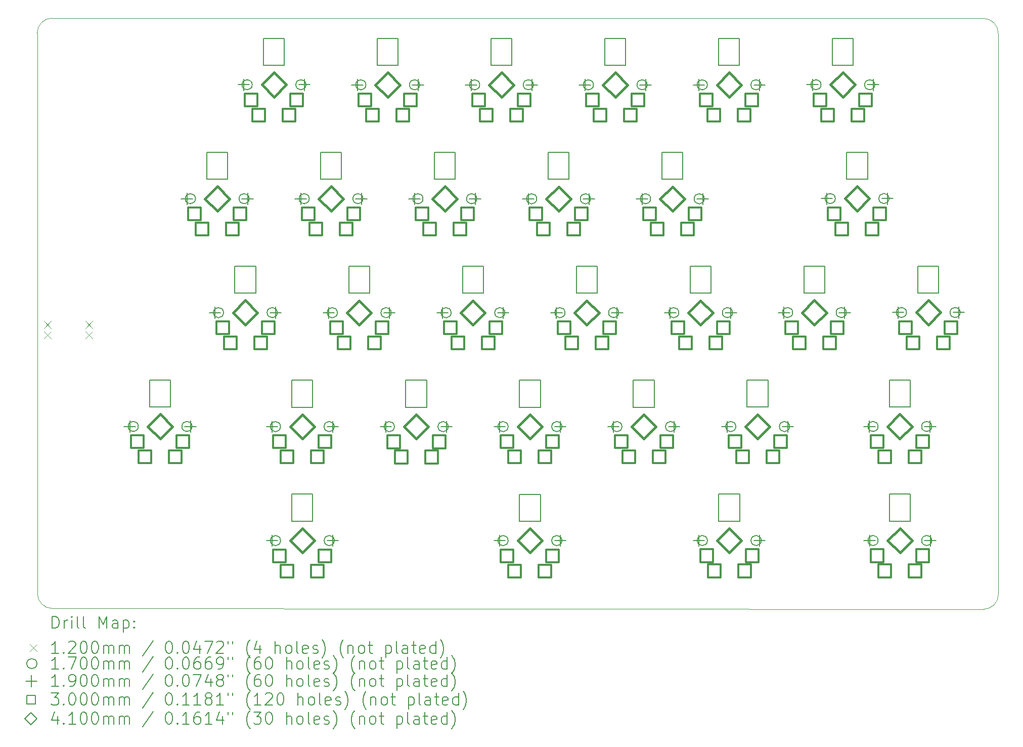
<source format=gbr>
%TF.GenerationSoftware,KiCad,Pcbnew,(6.0.7)*%
%TF.CreationDate,2022-08-10T15:40:36+00:00*%
%TF.ProjectId,zzsplit-right,7a7a7370-6c69-4742-9d72-696768742e6b,rev?*%
%TF.SameCoordinates,Original*%
%TF.FileFunction,Drillmap*%
%TF.FilePolarity,Positive*%
%FSLAX45Y45*%
G04 Gerber Fmt 4.5, Leading zero omitted, Abs format (unit mm)*
G04 Created by KiCad (PCBNEW (6.0.7)) date 2022-08-10 15:40:36*
%MOMM*%
%LPD*%
G01*
G04 APERTURE LIST*
%ADD10C,0.150000*%
%ADD11C,0.100000*%
%ADD12C,0.200000*%
%ADD13C,0.120000*%
%ADD14C,0.170000*%
%ADD15C,0.190000*%
%ADD16C,0.300000*%
%ADD17C,0.410000*%
G04 APERTURE END LIST*
D10*
X13056000Y-12663000D02*
X13406000Y-12663000D01*
X13406000Y-11207000D02*
X13056000Y-11207000D01*
X16867000Y-12664000D02*
X17217000Y-12664000D01*
D11*
X8792400Y-4949000D02*
X8796400Y-14325000D01*
D10*
X12932000Y-5037000D02*
X12932000Y-5487000D01*
X20554000Y-12663000D02*
X20554000Y-13113000D01*
D11*
X24633392Y-14588998D02*
X9046400Y-14575000D01*
D10*
X17346000Y-6946000D02*
X17696000Y-6946000D01*
X11982000Y-7394000D02*
X11632000Y-7394000D01*
X21029000Y-11206000D02*
X20679000Y-11206000D01*
X16741000Y-5489000D02*
X16391000Y-5489000D01*
X17217000Y-11207000D02*
X16867000Y-11207000D01*
X19252000Y-7396000D02*
X19252000Y-6946000D01*
X10675000Y-11205000D02*
X10675000Y-10755000D01*
X17217000Y-13114000D02*
X16867000Y-13114000D01*
X20552000Y-5039000D02*
X20552000Y-5489000D01*
X16867000Y-10757000D02*
X17217000Y-10757000D01*
X17217000Y-12664000D02*
X17217000Y-13114000D01*
X19602000Y-7396000D02*
X19252000Y-7396000D01*
X18169000Y-8851000D02*
X18169000Y-9301000D01*
X15313000Y-10758000D02*
X15313000Y-11208000D01*
X20202000Y-5489000D02*
X20202000Y-5039000D01*
X12452000Y-9300000D02*
X12102000Y-9300000D01*
X17819000Y-9301000D02*
X17819000Y-8851000D01*
D11*
X9042400Y-4699000D02*
G75*
G03*
X8792400Y-4949000I0J-250000D01*
G01*
D10*
X21980000Y-9299000D02*
X21630000Y-9299000D01*
X20202000Y-5039000D02*
X20552000Y-5039000D01*
X13406000Y-10757000D02*
X13406000Y-11207000D01*
X13056000Y-10757000D02*
X13406000Y-10757000D01*
X14963000Y-10758000D02*
X15313000Y-10758000D01*
X22695000Y-7391000D02*
X22345000Y-7391000D01*
D11*
X24633392Y-14588998D02*
G75*
G03*
X24885400Y-14338000I1008J250998D01*
G01*
D10*
X20204000Y-13113000D02*
X20204000Y-12663000D01*
X23411000Y-12663000D02*
X23411000Y-13113000D01*
X22106000Y-5037000D02*
X22456000Y-5037000D01*
X23537000Y-9298000D02*
X23537000Y-8848000D01*
X14358000Y-9301000D02*
X14008000Y-9301000D01*
D11*
X24882402Y-4952000D02*
X24885400Y-14338000D01*
D10*
X13887000Y-6944000D02*
X13887000Y-7394000D01*
X23887000Y-8848000D02*
X23887000Y-9298000D01*
X20204000Y-12663000D02*
X20554000Y-12663000D01*
X13887000Y-7394000D02*
X13537000Y-7394000D01*
X12452000Y-8850000D02*
X12452000Y-9300000D01*
X23061000Y-12663000D02*
X23411000Y-12663000D01*
X12932000Y-5487000D02*
X12582000Y-5487000D01*
X19724000Y-8851000D02*
X20074000Y-8851000D01*
X23887000Y-9298000D02*
X23537000Y-9298000D01*
X23060000Y-10755000D02*
X23410000Y-10755000D01*
X16263000Y-9301000D02*
X15913000Y-9301000D01*
X18296000Y-5489000D02*
X18296000Y-5039000D01*
X18773000Y-11207000D02*
X18773000Y-10757000D01*
X19252000Y-6946000D02*
X19602000Y-6946000D01*
X15792000Y-7395000D02*
X15442000Y-7395000D01*
X14008000Y-8851000D02*
X14358000Y-8851000D01*
X22456000Y-5487000D02*
X22106000Y-5487000D01*
X18646000Y-5489000D02*
X18296000Y-5489000D01*
X17819000Y-8851000D02*
X18169000Y-8851000D01*
X21630000Y-9299000D02*
X21630000Y-8849000D01*
X16391000Y-5039000D02*
X16741000Y-5039000D01*
X23061000Y-13113000D02*
X23061000Y-12663000D01*
X15442000Y-6945000D02*
X15792000Y-6945000D01*
X16867000Y-13114000D02*
X16867000Y-12664000D01*
X21029000Y-10756000D02*
X21029000Y-11206000D01*
X14008000Y-9301000D02*
X14008000Y-8851000D01*
X12102000Y-9300000D02*
X12102000Y-8850000D01*
X17217000Y-10757000D02*
X17217000Y-11207000D01*
X16741000Y-5039000D02*
X16741000Y-5489000D01*
X16867000Y-11207000D02*
X16867000Y-10757000D01*
X13406000Y-13113000D02*
X13056000Y-13113000D01*
X12102000Y-8850000D02*
X12452000Y-8850000D01*
X15913000Y-9301000D02*
X15913000Y-8851000D01*
X11982000Y-6944000D02*
X11982000Y-7394000D01*
X15913000Y-8851000D02*
X16263000Y-8851000D01*
X23411000Y-13113000D02*
X23061000Y-13113000D01*
X14358000Y-8851000D02*
X14358000Y-9301000D01*
X21980000Y-8849000D02*
X21980000Y-9299000D01*
X19123000Y-10757000D02*
X19123000Y-11207000D01*
X11632000Y-7394000D02*
X11632000Y-6944000D01*
X11025000Y-11205000D02*
X10675000Y-11205000D01*
X14486000Y-5039000D02*
X14836000Y-5039000D01*
X22456000Y-5037000D02*
X22456000Y-5487000D01*
X17696000Y-7396000D02*
X17346000Y-7396000D01*
X19724000Y-9301000D02*
X19724000Y-8851000D01*
D11*
X8796400Y-14325000D02*
G75*
G03*
X9046400Y-14575000I250000J0D01*
G01*
D10*
X14836000Y-5039000D02*
X14836000Y-5489000D01*
X22695000Y-6941000D02*
X22695000Y-7391000D01*
X13056000Y-11207000D02*
X13056000Y-10757000D01*
X22345000Y-7391000D02*
X22345000Y-6941000D01*
X10675000Y-10755000D02*
X11025000Y-10755000D01*
X13537000Y-7394000D02*
X13537000Y-6944000D01*
X17696000Y-6946000D02*
X17696000Y-7396000D01*
X20554000Y-13113000D02*
X20204000Y-13113000D01*
X11632000Y-6944000D02*
X11982000Y-6944000D01*
X20074000Y-8851000D02*
X20074000Y-9301000D01*
X19602000Y-6946000D02*
X19602000Y-7396000D01*
X20679000Y-11206000D02*
X20679000Y-10756000D01*
X23410000Y-11205000D02*
X23060000Y-11205000D01*
X18169000Y-9301000D02*
X17819000Y-9301000D01*
X19123000Y-11207000D02*
X18773000Y-11207000D01*
X18773000Y-10757000D02*
X19123000Y-10757000D01*
X20074000Y-9301000D02*
X19724000Y-9301000D01*
X23537000Y-8848000D02*
X23887000Y-8848000D01*
X14836000Y-5489000D02*
X14486000Y-5489000D01*
X13406000Y-12663000D02*
X13406000Y-13113000D01*
X15313000Y-11208000D02*
X14963000Y-11208000D01*
X15442000Y-7395000D02*
X15442000Y-6945000D01*
X16263000Y-8851000D02*
X16263000Y-9301000D01*
X22106000Y-5487000D02*
X22106000Y-5037000D01*
X18646000Y-5039000D02*
X18646000Y-5489000D01*
X11025000Y-10755000D02*
X11025000Y-11205000D01*
X20679000Y-10756000D02*
X21029000Y-10756000D01*
X13537000Y-6944000D02*
X13887000Y-6944000D01*
X16391000Y-5489000D02*
X16391000Y-5039000D01*
X12582000Y-5037000D02*
X12932000Y-5037000D01*
X14963000Y-11208000D02*
X14963000Y-10758000D01*
X15792000Y-6945000D02*
X15792000Y-7395000D01*
D11*
X24882402Y-4952000D02*
G75*
G03*
X24633400Y-4702000I-250002J0D01*
G01*
D10*
X23410000Y-10755000D02*
X23410000Y-11205000D01*
X23060000Y-11205000D02*
X23060000Y-10755000D01*
X17346000Y-7396000D02*
X17346000Y-6946000D01*
X14486000Y-5489000D02*
X14486000Y-5039000D01*
X13056000Y-13113000D02*
X13056000Y-12663000D01*
X22345000Y-6941000D02*
X22695000Y-6941000D01*
X18296000Y-5039000D02*
X18646000Y-5039000D01*
D11*
X9042400Y-4699000D02*
X24633400Y-4702000D01*
D10*
X12582000Y-5487000D02*
X12582000Y-5037000D01*
X20552000Y-5489000D02*
X20202000Y-5489000D01*
X21630000Y-8849000D02*
X21980000Y-8849000D01*
D12*
D13*
X8903000Y-9766500D02*
X9023000Y-9886500D01*
X9023000Y-9766500D02*
X8903000Y-9886500D01*
X8903000Y-9941500D02*
X9023000Y-10061500D01*
X9023000Y-9941500D02*
X8903000Y-10061500D01*
X9603000Y-9766500D02*
X9723000Y-9886500D01*
X9723000Y-9766500D02*
X9603000Y-9886500D01*
X9603000Y-9941500D02*
X9723000Y-10061500D01*
X9723000Y-9941500D02*
X9603000Y-10061500D01*
D14*
X10485000Y-11530000D02*
G75*
G03*
X10485000Y-11530000I-85000J0D01*
G01*
X11385000Y-11530000D02*
G75*
G03*
X11385000Y-11530000I-85000J0D01*
G01*
X11442000Y-7719000D02*
G75*
G03*
X11442000Y-7719000I-85000J0D01*
G01*
X11912000Y-9625000D02*
G75*
G03*
X11912000Y-9625000I-85000J0D01*
G01*
X12342000Y-7719000D02*
G75*
G03*
X12342000Y-7719000I-85000J0D01*
G01*
X12392000Y-5813000D02*
G75*
G03*
X12392000Y-5813000I-85000J0D01*
G01*
X12812000Y-9625000D02*
G75*
G03*
X12812000Y-9625000I-85000J0D01*
G01*
X12866000Y-11532000D02*
G75*
G03*
X12866000Y-11532000I-85000J0D01*
G01*
X12867000Y-13439000D02*
G75*
G03*
X12867000Y-13439000I-85000J0D01*
G01*
X13292000Y-5813000D02*
G75*
G03*
X13292000Y-5813000I-85000J0D01*
G01*
X13347000Y-7719000D02*
G75*
G03*
X13347000Y-7719000I-85000J0D01*
G01*
X13766000Y-11532000D02*
G75*
G03*
X13766000Y-11532000I-85000J0D01*
G01*
X13767000Y-13439000D02*
G75*
G03*
X13767000Y-13439000I-85000J0D01*
G01*
X13818000Y-9626000D02*
G75*
G03*
X13818000Y-9626000I-85000J0D01*
G01*
X14247000Y-7719000D02*
G75*
G03*
X14247000Y-7719000I-85000J0D01*
G01*
X14296000Y-5814000D02*
G75*
G03*
X14296000Y-5814000I-85000J0D01*
G01*
X14718000Y-9626000D02*
G75*
G03*
X14718000Y-9626000I-85000J0D01*
G01*
X14773000Y-11533000D02*
G75*
G03*
X14773000Y-11533000I-85000J0D01*
G01*
X15196000Y-5814000D02*
G75*
G03*
X15196000Y-5814000I-85000J0D01*
G01*
X15252000Y-7720000D02*
G75*
G03*
X15252000Y-7720000I-85000J0D01*
G01*
X15673000Y-11533000D02*
G75*
G03*
X15673000Y-11533000I-85000J0D01*
G01*
X15723000Y-9626000D02*
G75*
G03*
X15723000Y-9626000I-85000J0D01*
G01*
X16152000Y-7720000D02*
G75*
G03*
X16152000Y-7720000I-85000J0D01*
G01*
X16201000Y-5814000D02*
G75*
G03*
X16201000Y-5814000I-85000J0D01*
G01*
X16623000Y-9626000D02*
G75*
G03*
X16623000Y-9626000I-85000J0D01*
G01*
X16677000Y-11532000D02*
G75*
G03*
X16677000Y-11532000I-85000J0D01*
G01*
X16677000Y-13439000D02*
G75*
G03*
X16677000Y-13439000I-85000J0D01*
G01*
X17101000Y-5814000D02*
G75*
G03*
X17101000Y-5814000I-85000J0D01*
G01*
X17156000Y-7721000D02*
G75*
G03*
X17156000Y-7721000I-85000J0D01*
G01*
X17577000Y-11532000D02*
G75*
G03*
X17577000Y-11532000I-85000J0D01*
G01*
X17577000Y-13439000D02*
G75*
G03*
X17577000Y-13439000I-85000J0D01*
G01*
X17629000Y-9626000D02*
G75*
G03*
X17629000Y-9626000I-85000J0D01*
G01*
X18056000Y-7721000D02*
G75*
G03*
X18056000Y-7721000I-85000J0D01*
G01*
X18106000Y-5814000D02*
G75*
G03*
X18106000Y-5814000I-85000J0D01*
G01*
X18529000Y-9626000D02*
G75*
G03*
X18529000Y-9626000I-85000J0D01*
G01*
X18583000Y-11532000D02*
G75*
G03*
X18583000Y-11532000I-85000J0D01*
G01*
X19006000Y-5814000D02*
G75*
G03*
X19006000Y-5814000I-85000J0D01*
G01*
X19062000Y-7721000D02*
G75*
G03*
X19062000Y-7721000I-85000J0D01*
G01*
X19483000Y-11532000D02*
G75*
G03*
X19483000Y-11532000I-85000J0D01*
G01*
X19534000Y-9626000D02*
G75*
G03*
X19534000Y-9626000I-85000J0D01*
G01*
X19962000Y-7721000D02*
G75*
G03*
X19962000Y-7721000I-85000J0D01*
G01*
X20012000Y-5814000D02*
G75*
G03*
X20012000Y-5814000I-85000J0D01*
G01*
X20014000Y-13438000D02*
G75*
G03*
X20014000Y-13438000I-85000J0D01*
G01*
X20434000Y-9626000D02*
G75*
G03*
X20434000Y-9626000I-85000J0D01*
G01*
X20489000Y-11531000D02*
G75*
G03*
X20489000Y-11531000I-85000J0D01*
G01*
X20912000Y-5814000D02*
G75*
G03*
X20912000Y-5814000I-85000J0D01*
G01*
X20914000Y-13438000D02*
G75*
G03*
X20914000Y-13438000I-85000J0D01*
G01*
X21389000Y-11531000D02*
G75*
G03*
X21389000Y-11531000I-85000J0D01*
G01*
X21440000Y-9624000D02*
G75*
G03*
X21440000Y-9624000I-85000J0D01*
G01*
X21916000Y-5813000D02*
G75*
G03*
X21916000Y-5813000I-85000J0D01*
G01*
X22155000Y-7717000D02*
G75*
G03*
X22155000Y-7717000I-85000J0D01*
G01*
X22340000Y-9624000D02*
G75*
G03*
X22340000Y-9624000I-85000J0D01*
G01*
X22816000Y-5813000D02*
G75*
G03*
X22816000Y-5813000I-85000J0D01*
G01*
X22870000Y-11530000D02*
G75*
G03*
X22870000Y-11530000I-85000J0D01*
G01*
X22871000Y-13438000D02*
G75*
G03*
X22871000Y-13438000I-85000J0D01*
G01*
X23055000Y-7717000D02*
G75*
G03*
X23055000Y-7717000I-85000J0D01*
G01*
X23347000Y-9623000D02*
G75*
G03*
X23347000Y-9623000I-85000J0D01*
G01*
X23770000Y-11530000D02*
G75*
G03*
X23770000Y-11530000I-85000J0D01*
G01*
X23771000Y-13438000D02*
G75*
G03*
X23771000Y-13438000I-85000J0D01*
G01*
X24247000Y-9623000D02*
G75*
G03*
X24247000Y-9623000I-85000J0D01*
G01*
D15*
X10342000Y-11435000D02*
X10342000Y-11625000D01*
X10247000Y-11530000D02*
X10437000Y-11530000D01*
X11299000Y-7624000D02*
X11299000Y-7814000D01*
X11204000Y-7719000D02*
X11394000Y-7719000D01*
X11358000Y-11435000D02*
X11358000Y-11625000D01*
X11263000Y-11530000D02*
X11453000Y-11530000D01*
X11769000Y-9530000D02*
X11769000Y-9720000D01*
X11674000Y-9625000D02*
X11864000Y-9625000D01*
X12249000Y-5718000D02*
X12249000Y-5908000D01*
X12154000Y-5813000D02*
X12344000Y-5813000D01*
X12315000Y-7624000D02*
X12315000Y-7814000D01*
X12220000Y-7719000D02*
X12410000Y-7719000D01*
X12723000Y-11437000D02*
X12723000Y-11627000D01*
X12628000Y-11532000D02*
X12818000Y-11532000D01*
X12724000Y-13344000D02*
X12724000Y-13534000D01*
X12629000Y-13439000D02*
X12819000Y-13439000D01*
X12785000Y-9530000D02*
X12785000Y-9720000D01*
X12690000Y-9625000D02*
X12880000Y-9625000D01*
X13204000Y-7624000D02*
X13204000Y-7814000D01*
X13109000Y-7719000D02*
X13299000Y-7719000D01*
X13265000Y-5718000D02*
X13265000Y-5908000D01*
X13170000Y-5813000D02*
X13360000Y-5813000D01*
X13675000Y-9531000D02*
X13675000Y-9721000D01*
X13580000Y-9626000D02*
X13770000Y-9626000D01*
X13739000Y-11437000D02*
X13739000Y-11627000D01*
X13644000Y-11532000D02*
X13834000Y-11532000D01*
X13740000Y-13344000D02*
X13740000Y-13534000D01*
X13645000Y-13439000D02*
X13835000Y-13439000D01*
X14153000Y-5719000D02*
X14153000Y-5909000D01*
X14058000Y-5814000D02*
X14248000Y-5814000D01*
X14220000Y-7624000D02*
X14220000Y-7814000D01*
X14125000Y-7719000D02*
X14315000Y-7719000D01*
X14630000Y-11438000D02*
X14630000Y-11628000D01*
X14535000Y-11533000D02*
X14725000Y-11533000D01*
X14691000Y-9531000D02*
X14691000Y-9721000D01*
X14596000Y-9626000D02*
X14786000Y-9626000D01*
X15109000Y-7625000D02*
X15109000Y-7815000D01*
X15014000Y-7720000D02*
X15204000Y-7720000D01*
X15169000Y-5719000D02*
X15169000Y-5909000D01*
X15074000Y-5814000D02*
X15264000Y-5814000D01*
X15580000Y-9531000D02*
X15580000Y-9721000D01*
X15485000Y-9626000D02*
X15675000Y-9626000D01*
X15646000Y-11438000D02*
X15646000Y-11628000D01*
X15551000Y-11533000D02*
X15741000Y-11533000D01*
X16058000Y-5719000D02*
X16058000Y-5909000D01*
X15963000Y-5814000D02*
X16153000Y-5814000D01*
X16125000Y-7625000D02*
X16125000Y-7815000D01*
X16030000Y-7720000D02*
X16220000Y-7720000D01*
X16534000Y-11437000D02*
X16534000Y-11627000D01*
X16439000Y-11532000D02*
X16629000Y-11532000D01*
X16534000Y-13344000D02*
X16534000Y-13534000D01*
X16439000Y-13439000D02*
X16629000Y-13439000D01*
X16596000Y-9531000D02*
X16596000Y-9721000D01*
X16501000Y-9626000D02*
X16691000Y-9626000D01*
X17013000Y-7626000D02*
X17013000Y-7816000D01*
X16918000Y-7721000D02*
X17108000Y-7721000D01*
X17074000Y-5719000D02*
X17074000Y-5909000D01*
X16979000Y-5814000D02*
X17169000Y-5814000D01*
X17486000Y-9531000D02*
X17486000Y-9721000D01*
X17391000Y-9626000D02*
X17581000Y-9626000D01*
X17550000Y-11437000D02*
X17550000Y-11627000D01*
X17455000Y-11532000D02*
X17645000Y-11532000D01*
X17550000Y-13344000D02*
X17550000Y-13534000D01*
X17455000Y-13439000D02*
X17645000Y-13439000D01*
X17963000Y-5719000D02*
X17963000Y-5909000D01*
X17868000Y-5814000D02*
X18058000Y-5814000D01*
X18029000Y-7626000D02*
X18029000Y-7816000D01*
X17934000Y-7721000D02*
X18124000Y-7721000D01*
X18440000Y-11437000D02*
X18440000Y-11627000D01*
X18345000Y-11532000D02*
X18535000Y-11532000D01*
X18502000Y-9531000D02*
X18502000Y-9721000D01*
X18407000Y-9626000D02*
X18597000Y-9626000D01*
X18919000Y-7626000D02*
X18919000Y-7816000D01*
X18824000Y-7721000D02*
X19014000Y-7721000D01*
X18979000Y-5719000D02*
X18979000Y-5909000D01*
X18884000Y-5814000D02*
X19074000Y-5814000D01*
X19391000Y-9531000D02*
X19391000Y-9721000D01*
X19296000Y-9626000D02*
X19486000Y-9626000D01*
X19456000Y-11437000D02*
X19456000Y-11627000D01*
X19361000Y-11532000D02*
X19551000Y-11532000D01*
X19869000Y-5719000D02*
X19869000Y-5909000D01*
X19774000Y-5814000D02*
X19964000Y-5814000D01*
X19871000Y-13343000D02*
X19871000Y-13533000D01*
X19776000Y-13438000D02*
X19966000Y-13438000D01*
X19935000Y-7626000D02*
X19935000Y-7816000D01*
X19840000Y-7721000D02*
X20030000Y-7721000D01*
X20346000Y-11436000D02*
X20346000Y-11626000D01*
X20251000Y-11531000D02*
X20441000Y-11531000D01*
X20407000Y-9531000D02*
X20407000Y-9721000D01*
X20312000Y-9626000D02*
X20502000Y-9626000D01*
X20885000Y-5719000D02*
X20885000Y-5909000D01*
X20790000Y-5814000D02*
X20980000Y-5814000D01*
X20887000Y-13343000D02*
X20887000Y-13533000D01*
X20792000Y-13438000D02*
X20982000Y-13438000D01*
X21297000Y-9529000D02*
X21297000Y-9719000D01*
X21202000Y-9624000D02*
X21392000Y-9624000D01*
X21362000Y-11436000D02*
X21362000Y-11626000D01*
X21267000Y-11531000D02*
X21457000Y-11531000D01*
X21773000Y-5718000D02*
X21773000Y-5908000D01*
X21678000Y-5813000D02*
X21868000Y-5813000D01*
X22012000Y-7622000D02*
X22012000Y-7812000D01*
X21917000Y-7717000D02*
X22107000Y-7717000D01*
X22313000Y-9529000D02*
X22313000Y-9719000D01*
X22218000Y-9624000D02*
X22408000Y-9624000D01*
X22727000Y-11435000D02*
X22727000Y-11625000D01*
X22632000Y-11530000D02*
X22822000Y-11530000D01*
X22728000Y-13343000D02*
X22728000Y-13533000D01*
X22633000Y-13438000D02*
X22823000Y-13438000D01*
X22789000Y-5718000D02*
X22789000Y-5908000D01*
X22694000Y-5813000D02*
X22884000Y-5813000D01*
X23028000Y-7622000D02*
X23028000Y-7812000D01*
X22933000Y-7717000D02*
X23123000Y-7717000D01*
X23204000Y-9528000D02*
X23204000Y-9718000D01*
X23109000Y-9623000D02*
X23299000Y-9623000D01*
X23743000Y-11435000D02*
X23743000Y-11625000D01*
X23648000Y-11530000D02*
X23838000Y-11530000D01*
X23744000Y-13343000D02*
X23744000Y-13533000D01*
X23649000Y-13438000D02*
X23839000Y-13438000D01*
X24220000Y-9528000D02*
X24220000Y-9718000D01*
X24125000Y-9623000D02*
X24315000Y-9623000D01*
D16*
X10575067Y-11890067D02*
X10575067Y-11677933D01*
X10362933Y-11677933D01*
X10362933Y-11890067D01*
X10575067Y-11890067D01*
X10702067Y-12144067D02*
X10702067Y-11931933D01*
X10489933Y-11931933D01*
X10489933Y-12144067D01*
X10702067Y-12144067D01*
X11210067Y-12144067D02*
X11210067Y-11931933D01*
X10997933Y-11931933D01*
X10997933Y-12144067D01*
X11210067Y-12144067D01*
X11337067Y-11890067D02*
X11337067Y-11677933D01*
X11124933Y-11677933D01*
X11124933Y-11890067D01*
X11337067Y-11890067D01*
X11532067Y-8079067D02*
X11532067Y-7866933D01*
X11319933Y-7866933D01*
X11319933Y-8079067D01*
X11532067Y-8079067D01*
X11659067Y-8333067D02*
X11659067Y-8120933D01*
X11446933Y-8120933D01*
X11446933Y-8333067D01*
X11659067Y-8333067D01*
X12002067Y-9985067D02*
X12002067Y-9772933D01*
X11789933Y-9772933D01*
X11789933Y-9985067D01*
X12002067Y-9985067D01*
X12129067Y-10239067D02*
X12129067Y-10026933D01*
X11916933Y-10026933D01*
X11916933Y-10239067D01*
X12129067Y-10239067D01*
X12167067Y-8333067D02*
X12167067Y-8120933D01*
X11954933Y-8120933D01*
X11954933Y-8333067D01*
X12167067Y-8333067D01*
X12294067Y-8079067D02*
X12294067Y-7866933D01*
X12081933Y-7866933D01*
X12081933Y-8079067D01*
X12294067Y-8079067D01*
X12482067Y-6173067D02*
X12482067Y-5960933D01*
X12269933Y-5960933D01*
X12269933Y-6173067D01*
X12482067Y-6173067D01*
X12609067Y-6427067D02*
X12609067Y-6214933D01*
X12396933Y-6214933D01*
X12396933Y-6427067D01*
X12609067Y-6427067D01*
X12637067Y-10239067D02*
X12637067Y-10026933D01*
X12424933Y-10026933D01*
X12424933Y-10239067D01*
X12637067Y-10239067D01*
X12764067Y-9985067D02*
X12764067Y-9772933D01*
X12551933Y-9772933D01*
X12551933Y-9985067D01*
X12764067Y-9985067D01*
X12956067Y-11892067D02*
X12956067Y-11679933D01*
X12743933Y-11679933D01*
X12743933Y-11892067D01*
X12956067Y-11892067D01*
X12957067Y-13799067D02*
X12957067Y-13586933D01*
X12744933Y-13586933D01*
X12744933Y-13799067D01*
X12957067Y-13799067D01*
X13083067Y-12146067D02*
X13083067Y-11933933D01*
X12870933Y-11933933D01*
X12870933Y-12146067D01*
X13083067Y-12146067D01*
X13084067Y-14053067D02*
X13084067Y-13840933D01*
X12871933Y-13840933D01*
X12871933Y-14053067D01*
X13084067Y-14053067D01*
X13117067Y-6427067D02*
X13117067Y-6214933D01*
X12904933Y-6214933D01*
X12904933Y-6427067D01*
X13117067Y-6427067D01*
X13244067Y-6173067D02*
X13244067Y-5960933D01*
X13031933Y-5960933D01*
X13031933Y-6173067D01*
X13244067Y-6173067D01*
X13437067Y-8079067D02*
X13437067Y-7866933D01*
X13224933Y-7866933D01*
X13224933Y-8079067D01*
X13437067Y-8079067D01*
X13564067Y-8333067D02*
X13564067Y-8120933D01*
X13351933Y-8120933D01*
X13351933Y-8333067D01*
X13564067Y-8333067D01*
X13591067Y-12146067D02*
X13591067Y-11933933D01*
X13378933Y-11933933D01*
X13378933Y-12146067D01*
X13591067Y-12146067D01*
X13592067Y-14053067D02*
X13592067Y-13840933D01*
X13379933Y-13840933D01*
X13379933Y-14053067D01*
X13592067Y-14053067D01*
X13718067Y-11892067D02*
X13718067Y-11679933D01*
X13505933Y-11679933D01*
X13505933Y-11892067D01*
X13718067Y-11892067D01*
X13719067Y-13799067D02*
X13719067Y-13586933D01*
X13506933Y-13586933D01*
X13506933Y-13799067D01*
X13719067Y-13799067D01*
X13908067Y-9986067D02*
X13908067Y-9773933D01*
X13695933Y-9773933D01*
X13695933Y-9986067D01*
X13908067Y-9986067D01*
X14035067Y-10240067D02*
X14035067Y-10027933D01*
X13822933Y-10027933D01*
X13822933Y-10240067D01*
X14035067Y-10240067D01*
X14072067Y-8333067D02*
X14072067Y-8120933D01*
X13859933Y-8120933D01*
X13859933Y-8333067D01*
X14072067Y-8333067D01*
X14199067Y-8079067D02*
X14199067Y-7866933D01*
X13986933Y-7866933D01*
X13986933Y-8079067D01*
X14199067Y-8079067D01*
X14386067Y-6174067D02*
X14386067Y-5961933D01*
X14173933Y-5961933D01*
X14173933Y-6174067D01*
X14386067Y-6174067D01*
X14513067Y-6428067D02*
X14513067Y-6215933D01*
X14300933Y-6215933D01*
X14300933Y-6428067D01*
X14513067Y-6428067D01*
X14543067Y-10240067D02*
X14543067Y-10027933D01*
X14330933Y-10027933D01*
X14330933Y-10240067D01*
X14543067Y-10240067D01*
X14670067Y-9986067D02*
X14670067Y-9773933D01*
X14457933Y-9773933D01*
X14457933Y-9986067D01*
X14670067Y-9986067D01*
X14863067Y-11893067D02*
X14863067Y-11680933D01*
X14650933Y-11680933D01*
X14650933Y-11893067D01*
X14863067Y-11893067D01*
X14990067Y-12147067D02*
X14990067Y-11934933D01*
X14777933Y-11934933D01*
X14777933Y-12147067D01*
X14990067Y-12147067D01*
X15021067Y-6428067D02*
X15021067Y-6215933D01*
X14808933Y-6215933D01*
X14808933Y-6428067D01*
X15021067Y-6428067D01*
X15148067Y-6174067D02*
X15148067Y-5961933D01*
X14935933Y-5961933D01*
X14935933Y-6174067D01*
X15148067Y-6174067D01*
X15342067Y-8080067D02*
X15342067Y-7867933D01*
X15129933Y-7867933D01*
X15129933Y-8080067D01*
X15342067Y-8080067D01*
X15469067Y-8334067D02*
X15469067Y-8121933D01*
X15256933Y-8121933D01*
X15256933Y-8334067D01*
X15469067Y-8334067D01*
X15498067Y-12147067D02*
X15498067Y-11934933D01*
X15285933Y-11934933D01*
X15285933Y-12147067D01*
X15498067Y-12147067D01*
X15625067Y-11893067D02*
X15625067Y-11680933D01*
X15412933Y-11680933D01*
X15412933Y-11893067D01*
X15625067Y-11893067D01*
X15813067Y-9986067D02*
X15813067Y-9773933D01*
X15600933Y-9773933D01*
X15600933Y-9986067D01*
X15813067Y-9986067D01*
X15940067Y-10240067D02*
X15940067Y-10027933D01*
X15727933Y-10027933D01*
X15727933Y-10240067D01*
X15940067Y-10240067D01*
X15977067Y-8334067D02*
X15977067Y-8121933D01*
X15764933Y-8121933D01*
X15764933Y-8334067D01*
X15977067Y-8334067D01*
X16104067Y-8080067D02*
X16104067Y-7867933D01*
X15891933Y-7867933D01*
X15891933Y-8080067D01*
X16104067Y-8080067D01*
X16291067Y-6174067D02*
X16291067Y-5961933D01*
X16078933Y-5961933D01*
X16078933Y-6174067D01*
X16291067Y-6174067D01*
X16418067Y-6428067D02*
X16418067Y-6215933D01*
X16205933Y-6215933D01*
X16205933Y-6428067D01*
X16418067Y-6428067D01*
X16448067Y-10240067D02*
X16448067Y-10027933D01*
X16235933Y-10027933D01*
X16235933Y-10240067D01*
X16448067Y-10240067D01*
X16575067Y-9986067D02*
X16575067Y-9773933D01*
X16362933Y-9773933D01*
X16362933Y-9986067D01*
X16575067Y-9986067D01*
X16767067Y-11892067D02*
X16767067Y-11679933D01*
X16554933Y-11679933D01*
X16554933Y-11892067D01*
X16767067Y-11892067D01*
X16767067Y-13799067D02*
X16767067Y-13586933D01*
X16554933Y-13586933D01*
X16554933Y-13799067D01*
X16767067Y-13799067D01*
X16894067Y-12146067D02*
X16894067Y-11933933D01*
X16681933Y-11933933D01*
X16681933Y-12146067D01*
X16894067Y-12146067D01*
X16894067Y-14053067D02*
X16894067Y-13840933D01*
X16681933Y-13840933D01*
X16681933Y-14053067D01*
X16894067Y-14053067D01*
X16926067Y-6428067D02*
X16926067Y-6215933D01*
X16713933Y-6215933D01*
X16713933Y-6428067D01*
X16926067Y-6428067D01*
X17053067Y-6174067D02*
X17053067Y-5961933D01*
X16840933Y-5961933D01*
X16840933Y-6174067D01*
X17053067Y-6174067D01*
X17246067Y-8081067D02*
X17246067Y-7868933D01*
X17033933Y-7868933D01*
X17033933Y-8081067D01*
X17246067Y-8081067D01*
X17373067Y-8335067D02*
X17373067Y-8122933D01*
X17160933Y-8122933D01*
X17160933Y-8335067D01*
X17373067Y-8335067D01*
X17402067Y-12146067D02*
X17402067Y-11933933D01*
X17189933Y-11933933D01*
X17189933Y-12146067D01*
X17402067Y-12146067D01*
X17402067Y-14053067D02*
X17402067Y-13840933D01*
X17189933Y-13840933D01*
X17189933Y-14053067D01*
X17402067Y-14053067D01*
X17529067Y-11892067D02*
X17529067Y-11679933D01*
X17316933Y-11679933D01*
X17316933Y-11892067D01*
X17529067Y-11892067D01*
X17529067Y-13799067D02*
X17529067Y-13586933D01*
X17316933Y-13586933D01*
X17316933Y-13799067D01*
X17529067Y-13799067D01*
X17719067Y-9986067D02*
X17719067Y-9773933D01*
X17506933Y-9773933D01*
X17506933Y-9986067D01*
X17719067Y-9986067D01*
X17846067Y-10240067D02*
X17846067Y-10027933D01*
X17633933Y-10027933D01*
X17633933Y-10240067D01*
X17846067Y-10240067D01*
X17881067Y-8335067D02*
X17881067Y-8122933D01*
X17668933Y-8122933D01*
X17668933Y-8335067D01*
X17881067Y-8335067D01*
X18008067Y-8081067D02*
X18008067Y-7868933D01*
X17795933Y-7868933D01*
X17795933Y-8081067D01*
X18008067Y-8081067D01*
X18196067Y-6174067D02*
X18196067Y-5961933D01*
X17983933Y-5961933D01*
X17983933Y-6174067D01*
X18196067Y-6174067D01*
X18323067Y-6428067D02*
X18323067Y-6215933D01*
X18110933Y-6215933D01*
X18110933Y-6428067D01*
X18323067Y-6428067D01*
X18354067Y-10240067D02*
X18354067Y-10027933D01*
X18141933Y-10027933D01*
X18141933Y-10240067D01*
X18354067Y-10240067D01*
X18481067Y-9986067D02*
X18481067Y-9773933D01*
X18268933Y-9773933D01*
X18268933Y-9986067D01*
X18481067Y-9986067D01*
X18673067Y-11892067D02*
X18673067Y-11679933D01*
X18460933Y-11679933D01*
X18460933Y-11892067D01*
X18673067Y-11892067D01*
X18800067Y-12146067D02*
X18800067Y-11933933D01*
X18587933Y-11933933D01*
X18587933Y-12146067D01*
X18800067Y-12146067D01*
X18831067Y-6428067D02*
X18831067Y-6215933D01*
X18618933Y-6215933D01*
X18618933Y-6428067D01*
X18831067Y-6428067D01*
X18958067Y-6174067D02*
X18958067Y-5961933D01*
X18745933Y-5961933D01*
X18745933Y-6174067D01*
X18958067Y-6174067D01*
X19152067Y-8081067D02*
X19152067Y-7868933D01*
X18939933Y-7868933D01*
X18939933Y-8081067D01*
X19152067Y-8081067D01*
X19279067Y-8335067D02*
X19279067Y-8122933D01*
X19066933Y-8122933D01*
X19066933Y-8335067D01*
X19279067Y-8335067D01*
X19308067Y-12146067D02*
X19308067Y-11933933D01*
X19095933Y-11933933D01*
X19095933Y-12146067D01*
X19308067Y-12146067D01*
X19435067Y-11892067D02*
X19435067Y-11679933D01*
X19222933Y-11679933D01*
X19222933Y-11892067D01*
X19435067Y-11892067D01*
X19624067Y-9986067D02*
X19624067Y-9773933D01*
X19411933Y-9773933D01*
X19411933Y-9986067D01*
X19624067Y-9986067D01*
X19751067Y-10240067D02*
X19751067Y-10027933D01*
X19538933Y-10027933D01*
X19538933Y-10240067D01*
X19751067Y-10240067D01*
X19787067Y-8335067D02*
X19787067Y-8122933D01*
X19574933Y-8122933D01*
X19574933Y-8335067D01*
X19787067Y-8335067D01*
X19914067Y-8081067D02*
X19914067Y-7868933D01*
X19701933Y-7868933D01*
X19701933Y-8081067D01*
X19914067Y-8081067D01*
X20102067Y-6174067D02*
X20102067Y-5961933D01*
X19889933Y-5961933D01*
X19889933Y-6174067D01*
X20102067Y-6174067D01*
X20104067Y-13798067D02*
X20104067Y-13585933D01*
X19891933Y-13585933D01*
X19891933Y-13798067D01*
X20104067Y-13798067D01*
X20229067Y-6428067D02*
X20229067Y-6215933D01*
X20016933Y-6215933D01*
X20016933Y-6428067D01*
X20229067Y-6428067D01*
X20231067Y-14052067D02*
X20231067Y-13839933D01*
X20018933Y-13839933D01*
X20018933Y-14052067D01*
X20231067Y-14052067D01*
X20259067Y-10240067D02*
X20259067Y-10027933D01*
X20046933Y-10027933D01*
X20046933Y-10240067D01*
X20259067Y-10240067D01*
X20386067Y-9986067D02*
X20386067Y-9773933D01*
X20173933Y-9773933D01*
X20173933Y-9986067D01*
X20386067Y-9986067D01*
X20579067Y-11891067D02*
X20579067Y-11678933D01*
X20366933Y-11678933D01*
X20366933Y-11891067D01*
X20579067Y-11891067D01*
X20706067Y-12145067D02*
X20706067Y-11932933D01*
X20493933Y-11932933D01*
X20493933Y-12145067D01*
X20706067Y-12145067D01*
X20737067Y-6428067D02*
X20737067Y-6215933D01*
X20524933Y-6215933D01*
X20524933Y-6428067D01*
X20737067Y-6428067D01*
X20739067Y-14052067D02*
X20739067Y-13839933D01*
X20526933Y-13839933D01*
X20526933Y-14052067D01*
X20739067Y-14052067D01*
X20864067Y-6174067D02*
X20864067Y-5961933D01*
X20651933Y-5961933D01*
X20651933Y-6174067D01*
X20864067Y-6174067D01*
X20866067Y-13798067D02*
X20866067Y-13585933D01*
X20653933Y-13585933D01*
X20653933Y-13798067D01*
X20866067Y-13798067D01*
X21214067Y-12145067D02*
X21214067Y-11932933D01*
X21001933Y-11932933D01*
X21001933Y-12145067D01*
X21214067Y-12145067D01*
X21341067Y-11891067D02*
X21341067Y-11678933D01*
X21128933Y-11678933D01*
X21128933Y-11891067D01*
X21341067Y-11891067D01*
X21530067Y-9984067D02*
X21530067Y-9771933D01*
X21317933Y-9771933D01*
X21317933Y-9984067D01*
X21530067Y-9984067D01*
X21657067Y-10238067D02*
X21657067Y-10025933D01*
X21444933Y-10025933D01*
X21444933Y-10238067D01*
X21657067Y-10238067D01*
X22006067Y-6173067D02*
X22006067Y-5960933D01*
X21793933Y-5960933D01*
X21793933Y-6173067D01*
X22006067Y-6173067D01*
X22133067Y-6427067D02*
X22133067Y-6214933D01*
X21920933Y-6214933D01*
X21920933Y-6427067D01*
X22133067Y-6427067D01*
X22165067Y-10238067D02*
X22165067Y-10025933D01*
X21952933Y-10025933D01*
X21952933Y-10238067D01*
X22165067Y-10238067D01*
X22245067Y-8077067D02*
X22245067Y-7864933D01*
X22032933Y-7864933D01*
X22032933Y-8077067D01*
X22245067Y-8077067D01*
X22292067Y-9984067D02*
X22292067Y-9771933D01*
X22079933Y-9771933D01*
X22079933Y-9984067D01*
X22292067Y-9984067D01*
X22372067Y-8331067D02*
X22372067Y-8118933D01*
X22159933Y-8118933D01*
X22159933Y-8331067D01*
X22372067Y-8331067D01*
X22641067Y-6427067D02*
X22641067Y-6214933D01*
X22428933Y-6214933D01*
X22428933Y-6427067D01*
X22641067Y-6427067D01*
X22768067Y-6173067D02*
X22768067Y-5960933D01*
X22555933Y-5960933D01*
X22555933Y-6173067D01*
X22768067Y-6173067D01*
X22880067Y-8331067D02*
X22880067Y-8118933D01*
X22667933Y-8118933D01*
X22667933Y-8331067D01*
X22880067Y-8331067D01*
X22960067Y-11890067D02*
X22960067Y-11677933D01*
X22747933Y-11677933D01*
X22747933Y-11890067D01*
X22960067Y-11890067D01*
X22961067Y-13798067D02*
X22961067Y-13585933D01*
X22748933Y-13585933D01*
X22748933Y-13798067D01*
X22961067Y-13798067D01*
X23007067Y-8077067D02*
X23007067Y-7864933D01*
X22794933Y-7864933D01*
X22794933Y-8077067D01*
X23007067Y-8077067D01*
X23087067Y-12144067D02*
X23087067Y-11931933D01*
X22874933Y-11931933D01*
X22874933Y-12144067D01*
X23087067Y-12144067D01*
X23088067Y-14052067D02*
X23088067Y-13839933D01*
X22875933Y-13839933D01*
X22875933Y-14052067D01*
X23088067Y-14052067D01*
X23437067Y-9983067D02*
X23437067Y-9770933D01*
X23224933Y-9770933D01*
X23224933Y-9983067D01*
X23437067Y-9983067D01*
X23564067Y-10237067D02*
X23564067Y-10024933D01*
X23351933Y-10024933D01*
X23351933Y-10237067D01*
X23564067Y-10237067D01*
X23595067Y-12144067D02*
X23595067Y-11931933D01*
X23382933Y-11931933D01*
X23382933Y-12144067D01*
X23595067Y-12144067D01*
X23596067Y-14052067D02*
X23596067Y-13839933D01*
X23383933Y-13839933D01*
X23383933Y-14052067D01*
X23596067Y-14052067D01*
X23722067Y-11890067D02*
X23722067Y-11677933D01*
X23509933Y-11677933D01*
X23509933Y-11890067D01*
X23722067Y-11890067D01*
X23723067Y-13798067D02*
X23723067Y-13585933D01*
X23510933Y-13585933D01*
X23510933Y-13798067D01*
X23723067Y-13798067D01*
X24072067Y-10237067D02*
X24072067Y-10024933D01*
X23859933Y-10024933D01*
X23859933Y-10237067D01*
X24072067Y-10237067D01*
X24199067Y-9983067D02*
X24199067Y-9770933D01*
X23986933Y-9770933D01*
X23986933Y-9983067D01*
X24199067Y-9983067D01*
D17*
X10850000Y-11735000D02*
X11055000Y-11530000D01*
X10850000Y-11325000D01*
X10645000Y-11530000D01*
X10850000Y-11735000D01*
X11807000Y-7924000D02*
X12012000Y-7719000D01*
X11807000Y-7514000D01*
X11602000Y-7719000D01*
X11807000Y-7924000D01*
X12277000Y-9830000D02*
X12482000Y-9625000D01*
X12277000Y-9420000D01*
X12072000Y-9625000D01*
X12277000Y-9830000D01*
X12757000Y-6018000D02*
X12962000Y-5813000D01*
X12757000Y-5608000D01*
X12552000Y-5813000D01*
X12757000Y-6018000D01*
X13231000Y-11737000D02*
X13436000Y-11532000D01*
X13231000Y-11327000D01*
X13026000Y-11532000D01*
X13231000Y-11737000D01*
X13232000Y-13644000D02*
X13437000Y-13439000D01*
X13232000Y-13234000D01*
X13027000Y-13439000D01*
X13232000Y-13644000D01*
X13712000Y-7924000D02*
X13917000Y-7719000D01*
X13712000Y-7514000D01*
X13507000Y-7719000D01*
X13712000Y-7924000D01*
X14183000Y-9831000D02*
X14388000Y-9626000D01*
X14183000Y-9421000D01*
X13978000Y-9626000D01*
X14183000Y-9831000D01*
X14661000Y-6019000D02*
X14866000Y-5814000D01*
X14661000Y-5609000D01*
X14456000Y-5814000D01*
X14661000Y-6019000D01*
X15138000Y-11738000D02*
X15343000Y-11533000D01*
X15138000Y-11328000D01*
X14933000Y-11533000D01*
X15138000Y-11738000D01*
X15617000Y-7925000D02*
X15822000Y-7720000D01*
X15617000Y-7515000D01*
X15412000Y-7720000D01*
X15617000Y-7925000D01*
X16088000Y-9831000D02*
X16293000Y-9626000D01*
X16088000Y-9421000D01*
X15883000Y-9626000D01*
X16088000Y-9831000D01*
X16566000Y-6019000D02*
X16771000Y-5814000D01*
X16566000Y-5609000D01*
X16361000Y-5814000D01*
X16566000Y-6019000D01*
X17042000Y-11737000D02*
X17247000Y-11532000D01*
X17042000Y-11327000D01*
X16837000Y-11532000D01*
X17042000Y-11737000D01*
X17042000Y-13644000D02*
X17247000Y-13439000D01*
X17042000Y-13234000D01*
X16837000Y-13439000D01*
X17042000Y-13644000D01*
X17521000Y-7926000D02*
X17726000Y-7721000D01*
X17521000Y-7516000D01*
X17316000Y-7721000D01*
X17521000Y-7926000D01*
X17994000Y-9831000D02*
X18199000Y-9626000D01*
X17994000Y-9421000D01*
X17789000Y-9626000D01*
X17994000Y-9831000D01*
X18471000Y-6019000D02*
X18676000Y-5814000D01*
X18471000Y-5609000D01*
X18266000Y-5814000D01*
X18471000Y-6019000D01*
X18948000Y-11737000D02*
X19153000Y-11532000D01*
X18948000Y-11327000D01*
X18743000Y-11532000D01*
X18948000Y-11737000D01*
X19427000Y-7926000D02*
X19632000Y-7721000D01*
X19427000Y-7516000D01*
X19222000Y-7721000D01*
X19427000Y-7926000D01*
X19899000Y-9831000D02*
X20104000Y-9626000D01*
X19899000Y-9421000D01*
X19694000Y-9626000D01*
X19899000Y-9831000D01*
X20377000Y-6019000D02*
X20582000Y-5814000D01*
X20377000Y-5609000D01*
X20172000Y-5814000D01*
X20377000Y-6019000D01*
X20379000Y-13643000D02*
X20584000Y-13438000D01*
X20379000Y-13233000D01*
X20174000Y-13438000D01*
X20379000Y-13643000D01*
X20854000Y-11736000D02*
X21059000Y-11531000D01*
X20854000Y-11326000D01*
X20649000Y-11531000D01*
X20854000Y-11736000D01*
X21805000Y-9829000D02*
X22010000Y-9624000D01*
X21805000Y-9419000D01*
X21600000Y-9624000D01*
X21805000Y-9829000D01*
X22281000Y-6018000D02*
X22486000Y-5813000D01*
X22281000Y-5608000D01*
X22076000Y-5813000D01*
X22281000Y-6018000D01*
X22520000Y-7922000D02*
X22725000Y-7717000D01*
X22520000Y-7512000D01*
X22315000Y-7717000D01*
X22520000Y-7922000D01*
X23235000Y-11735000D02*
X23440000Y-11530000D01*
X23235000Y-11325000D01*
X23030000Y-11530000D01*
X23235000Y-11735000D01*
X23236000Y-13643000D02*
X23441000Y-13438000D01*
X23236000Y-13233000D01*
X23031000Y-13438000D01*
X23236000Y-13643000D01*
X23712000Y-9828000D02*
X23917000Y-9623000D01*
X23712000Y-9418000D01*
X23507000Y-9623000D01*
X23712000Y-9828000D01*
D12*
X9045019Y-14904476D02*
X9045019Y-14704476D01*
X9092638Y-14704476D01*
X9121210Y-14714000D01*
X9140257Y-14733048D01*
X9149781Y-14752095D01*
X9159305Y-14790190D01*
X9159305Y-14818762D01*
X9149781Y-14856857D01*
X9140257Y-14875905D01*
X9121210Y-14894952D01*
X9092638Y-14904476D01*
X9045019Y-14904476D01*
X9245019Y-14904476D02*
X9245019Y-14771143D01*
X9245019Y-14809238D02*
X9254543Y-14790190D01*
X9264067Y-14780667D01*
X9283114Y-14771143D01*
X9302162Y-14771143D01*
X9368829Y-14904476D02*
X9368829Y-14771143D01*
X9368829Y-14704476D02*
X9359305Y-14714000D01*
X9368829Y-14723524D01*
X9378352Y-14714000D01*
X9368829Y-14704476D01*
X9368829Y-14723524D01*
X9492638Y-14904476D02*
X9473590Y-14894952D01*
X9464067Y-14875905D01*
X9464067Y-14704476D01*
X9597400Y-14904476D02*
X9578352Y-14894952D01*
X9568829Y-14875905D01*
X9568829Y-14704476D01*
X9825971Y-14904476D02*
X9825971Y-14704476D01*
X9892638Y-14847333D01*
X9959305Y-14704476D01*
X9959305Y-14904476D01*
X10140257Y-14904476D02*
X10140257Y-14799714D01*
X10130733Y-14780667D01*
X10111686Y-14771143D01*
X10073590Y-14771143D01*
X10054543Y-14780667D01*
X10140257Y-14894952D02*
X10121210Y-14904476D01*
X10073590Y-14904476D01*
X10054543Y-14894952D01*
X10045019Y-14875905D01*
X10045019Y-14856857D01*
X10054543Y-14837809D01*
X10073590Y-14828286D01*
X10121210Y-14828286D01*
X10140257Y-14818762D01*
X10235495Y-14771143D02*
X10235495Y-14971143D01*
X10235495Y-14780667D02*
X10254543Y-14771143D01*
X10292638Y-14771143D01*
X10311686Y-14780667D01*
X10321210Y-14790190D01*
X10330733Y-14809238D01*
X10330733Y-14866381D01*
X10321210Y-14885428D01*
X10311686Y-14894952D01*
X10292638Y-14904476D01*
X10254543Y-14904476D01*
X10235495Y-14894952D01*
X10416448Y-14885428D02*
X10425971Y-14894952D01*
X10416448Y-14904476D01*
X10406924Y-14894952D01*
X10416448Y-14885428D01*
X10416448Y-14904476D01*
X10416448Y-14780667D02*
X10425971Y-14790190D01*
X10416448Y-14799714D01*
X10406924Y-14790190D01*
X10416448Y-14780667D01*
X10416448Y-14799714D01*
D13*
X8667400Y-15174000D02*
X8787400Y-15294000D01*
X8787400Y-15174000D02*
X8667400Y-15294000D01*
D12*
X9149781Y-15324476D02*
X9035495Y-15324476D01*
X9092638Y-15324476D02*
X9092638Y-15124476D01*
X9073590Y-15153048D01*
X9054543Y-15172095D01*
X9035495Y-15181619D01*
X9235495Y-15305428D02*
X9245019Y-15314952D01*
X9235495Y-15324476D01*
X9225971Y-15314952D01*
X9235495Y-15305428D01*
X9235495Y-15324476D01*
X9321210Y-15143524D02*
X9330733Y-15134000D01*
X9349781Y-15124476D01*
X9397400Y-15124476D01*
X9416448Y-15134000D01*
X9425971Y-15143524D01*
X9435495Y-15162571D01*
X9435495Y-15181619D01*
X9425971Y-15210190D01*
X9311686Y-15324476D01*
X9435495Y-15324476D01*
X9559305Y-15124476D02*
X9578352Y-15124476D01*
X9597400Y-15134000D01*
X9606924Y-15143524D01*
X9616448Y-15162571D01*
X9625971Y-15200667D01*
X9625971Y-15248286D01*
X9616448Y-15286381D01*
X9606924Y-15305428D01*
X9597400Y-15314952D01*
X9578352Y-15324476D01*
X9559305Y-15324476D01*
X9540257Y-15314952D01*
X9530733Y-15305428D01*
X9521210Y-15286381D01*
X9511686Y-15248286D01*
X9511686Y-15200667D01*
X9521210Y-15162571D01*
X9530733Y-15143524D01*
X9540257Y-15134000D01*
X9559305Y-15124476D01*
X9749781Y-15124476D02*
X9768829Y-15124476D01*
X9787876Y-15134000D01*
X9797400Y-15143524D01*
X9806924Y-15162571D01*
X9816448Y-15200667D01*
X9816448Y-15248286D01*
X9806924Y-15286381D01*
X9797400Y-15305428D01*
X9787876Y-15314952D01*
X9768829Y-15324476D01*
X9749781Y-15324476D01*
X9730733Y-15314952D01*
X9721210Y-15305428D01*
X9711686Y-15286381D01*
X9702162Y-15248286D01*
X9702162Y-15200667D01*
X9711686Y-15162571D01*
X9721210Y-15143524D01*
X9730733Y-15134000D01*
X9749781Y-15124476D01*
X9902162Y-15324476D02*
X9902162Y-15191143D01*
X9902162Y-15210190D02*
X9911686Y-15200667D01*
X9930733Y-15191143D01*
X9959305Y-15191143D01*
X9978352Y-15200667D01*
X9987876Y-15219714D01*
X9987876Y-15324476D01*
X9987876Y-15219714D02*
X9997400Y-15200667D01*
X10016448Y-15191143D01*
X10045019Y-15191143D01*
X10064067Y-15200667D01*
X10073590Y-15219714D01*
X10073590Y-15324476D01*
X10168829Y-15324476D02*
X10168829Y-15191143D01*
X10168829Y-15210190D02*
X10178352Y-15200667D01*
X10197400Y-15191143D01*
X10225971Y-15191143D01*
X10245019Y-15200667D01*
X10254543Y-15219714D01*
X10254543Y-15324476D01*
X10254543Y-15219714D02*
X10264067Y-15200667D01*
X10283114Y-15191143D01*
X10311686Y-15191143D01*
X10330733Y-15200667D01*
X10340257Y-15219714D01*
X10340257Y-15324476D01*
X10730733Y-15114952D02*
X10559305Y-15372095D01*
X10987876Y-15124476D02*
X11006924Y-15124476D01*
X11025971Y-15134000D01*
X11035495Y-15143524D01*
X11045019Y-15162571D01*
X11054543Y-15200667D01*
X11054543Y-15248286D01*
X11045019Y-15286381D01*
X11035495Y-15305428D01*
X11025971Y-15314952D01*
X11006924Y-15324476D01*
X10987876Y-15324476D01*
X10968829Y-15314952D01*
X10959305Y-15305428D01*
X10949781Y-15286381D01*
X10940257Y-15248286D01*
X10940257Y-15200667D01*
X10949781Y-15162571D01*
X10959305Y-15143524D01*
X10968829Y-15134000D01*
X10987876Y-15124476D01*
X11140257Y-15305428D02*
X11149781Y-15314952D01*
X11140257Y-15324476D01*
X11130733Y-15314952D01*
X11140257Y-15305428D01*
X11140257Y-15324476D01*
X11273590Y-15124476D02*
X11292638Y-15124476D01*
X11311686Y-15134000D01*
X11321209Y-15143524D01*
X11330733Y-15162571D01*
X11340257Y-15200667D01*
X11340257Y-15248286D01*
X11330733Y-15286381D01*
X11321209Y-15305428D01*
X11311686Y-15314952D01*
X11292638Y-15324476D01*
X11273590Y-15324476D01*
X11254543Y-15314952D01*
X11245019Y-15305428D01*
X11235495Y-15286381D01*
X11225971Y-15248286D01*
X11225971Y-15200667D01*
X11235495Y-15162571D01*
X11245019Y-15143524D01*
X11254543Y-15134000D01*
X11273590Y-15124476D01*
X11511686Y-15191143D02*
X11511686Y-15324476D01*
X11464067Y-15114952D02*
X11416448Y-15257809D01*
X11540257Y-15257809D01*
X11597400Y-15124476D02*
X11730733Y-15124476D01*
X11645019Y-15324476D01*
X11797400Y-15143524D02*
X11806924Y-15134000D01*
X11825971Y-15124476D01*
X11873590Y-15124476D01*
X11892638Y-15134000D01*
X11902162Y-15143524D01*
X11911686Y-15162571D01*
X11911686Y-15181619D01*
X11902162Y-15210190D01*
X11787876Y-15324476D01*
X11911686Y-15324476D01*
X11987876Y-15124476D02*
X11987876Y-15162571D01*
X12064067Y-15124476D02*
X12064067Y-15162571D01*
X12359305Y-15400667D02*
X12349781Y-15391143D01*
X12330733Y-15362571D01*
X12321209Y-15343524D01*
X12311686Y-15314952D01*
X12302162Y-15267333D01*
X12302162Y-15229238D01*
X12311686Y-15181619D01*
X12321209Y-15153048D01*
X12330733Y-15134000D01*
X12349781Y-15105428D01*
X12359305Y-15095905D01*
X12521209Y-15191143D02*
X12521209Y-15324476D01*
X12473590Y-15114952D02*
X12425971Y-15257809D01*
X12549781Y-15257809D01*
X12778352Y-15324476D02*
X12778352Y-15124476D01*
X12864067Y-15324476D02*
X12864067Y-15219714D01*
X12854543Y-15200667D01*
X12835495Y-15191143D01*
X12806924Y-15191143D01*
X12787876Y-15200667D01*
X12778352Y-15210190D01*
X12987876Y-15324476D02*
X12968828Y-15314952D01*
X12959305Y-15305428D01*
X12949781Y-15286381D01*
X12949781Y-15229238D01*
X12959305Y-15210190D01*
X12968828Y-15200667D01*
X12987876Y-15191143D01*
X13016448Y-15191143D01*
X13035495Y-15200667D01*
X13045019Y-15210190D01*
X13054543Y-15229238D01*
X13054543Y-15286381D01*
X13045019Y-15305428D01*
X13035495Y-15314952D01*
X13016448Y-15324476D01*
X12987876Y-15324476D01*
X13168828Y-15324476D02*
X13149781Y-15314952D01*
X13140257Y-15295905D01*
X13140257Y-15124476D01*
X13321209Y-15314952D02*
X13302162Y-15324476D01*
X13264067Y-15324476D01*
X13245019Y-15314952D01*
X13235495Y-15295905D01*
X13235495Y-15219714D01*
X13245019Y-15200667D01*
X13264067Y-15191143D01*
X13302162Y-15191143D01*
X13321209Y-15200667D01*
X13330733Y-15219714D01*
X13330733Y-15238762D01*
X13235495Y-15257809D01*
X13406924Y-15314952D02*
X13425971Y-15324476D01*
X13464067Y-15324476D01*
X13483114Y-15314952D01*
X13492638Y-15295905D01*
X13492638Y-15286381D01*
X13483114Y-15267333D01*
X13464067Y-15257809D01*
X13435495Y-15257809D01*
X13416448Y-15248286D01*
X13406924Y-15229238D01*
X13406924Y-15219714D01*
X13416448Y-15200667D01*
X13435495Y-15191143D01*
X13464067Y-15191143D01*
X13483114Y-15200667D01*
X13559305Y-15400667D02*
X13568828Y-15391143D01*
X13587876Y-15362571D01*
X13597400Y-15343524D01*
X13606924Y-15314952D01*
X13616448Y-15267333D01*
X13616448Y-15229238D01*
X13606924Y-15181619D01*
X13597400Y-15153048D01*
X13587876Y-15134000D01*
X13568828Y-15105428D01*
X13559305Y-15095905D01*
X13921209Y-15400667D02*
X13911686Y-15391143D01*
X13892638Y-15362571D01*
X13883114Y-15343524D01*
X13873590Y-15314952D01*
X13864067Y-15267333D01*
X13864067Y-15229238D01*
X13873590Y-15181619D01*
X13883114Y-15153048D01*
X13892638Y-15134000D01*
X13911686Y-15105428D01*
X13921209Y-15095905D01*
X13997400Y-15191143D02*
X13997400Y-15324476D01*
X13997400Y-15210190D02*
X14006924Y-15200667D01*
X14025971Y-15191143D01*
X14054543Y-15191143D01*
X14073590Y-15200667D01*
X14083114Y-15219714D01*
X14083114Y-15324476D01*
X14206924Y-15324476D02*
X14187876Y-15314952D01*
X14178352Y-15305428D01*
X14168828Y-15286381D01*
X14168828Y-15229238D01*
X14178352Y-15210190D01*
X14187876Y-15200667D01*
X14206924Y-15191143D01*
X14235495Y-15191143D01*
X14254543Y-15200667D01*
X14264067Y-15210190D01*
X14273590Y-15229238D01*
X14273590Y-15286381D01*
X14264067Y-15305428D01*
X14254543Y-15314952D01*
X14235495Y-15324476D01*
X14206924Y-15324476D01*
X14330733Y-15191143D02*
X14406924Y-15191143D01*
X14359305Y-15124476D02*
X14359305Y-15295905D01*
X14368828Y-15314952D01*
X14387876Y-15324476D01*
X14406924Y-15324476D01*
X14625971Y-15191143D02*
X14625971Y-15391143D01*
X14625971Y-15200667D02*
X14645019Y-15191143D01*
X14683114Y-15191143D01*
X14702162Y-15200667D01*
X14711686Y-15210190D01*
X14721209Y-15229238D01*
X14721209Y-15286381D01*
X14711686Y-15305428D01*
X14702162Y-15314952D01*
X14683114Y-15324476D01*
X14645019Y-15324476D01*
X14625971Y-15314952D01*
X14835495Y-15324476D02*
X14816448Y-15314952D01*
X14806924Y-15295905D01*
X14806924Y-15124476D01*
X14997400Y-15324476D02*
X14997400Y-15219714D01*
X14987876Y-15200667D01*
X14968828Y-15191143D01*
X14930733Y-15191143D01*
X14911686Y-15200667D01*
X14997400Y-15314952D02*
X14978352Y-15324476D01*
X14930733Y-15324476D01*
X14911686Y-15314952D01*
X14902162Y-15295905D01*
X14902162Y-15276857D01*
X14911686Y-15257809D01*
X14930733Y-15248286D01*
X14978352Y-15248286D01*
X14997400Y-15238762D01*
X15064067Y-15191143D02*
X15140257Y-15191143D01*
X15092638Y-15124476D02*
X15092638Y-15295905D01*
X15102162Y-15314952D01*
X15121209Y-15324476D01*
X15140257Y-15324476D01*
X15283114Y-15314952D02*
X15264067Y-15324476D01*
X15225971Y-15324476D01*
X15206924Y-15314952D01*
X15197400Y-15295905D01*
X15197400Y-15219714D01*
X15206924Y-15200667D01*
X15225971Y-15191143D01*
X15264067Y-15191143D01*
X15283114Y-15200667D01*
X15292638Y-15219714D01*
X15292638Y-15238762D01*
X15197400Y-15257809D01*
X15464067Y-15324476D02*
X15464067Y-15124476D01*
X15464067Y-15314952D02*
X15445019Y-15324476D01*
X15406924Y-15324476D01*
X15387876Y-15314952D01*
X15378352Y-15305428D01*
X15368828Y-15286381D01*
X15368828Y-15229238D01*
X15378352Y-15210190D01*
X15387876Y-15200667D01*
X15406924Y-15191143D01*
X15445019Y-15191143D01*
X15464067Y-15200667D01*
X15540257Y-15400667D02*
X15549781Y-15391143D01*
X15568828Y-15362571D01*
X15578352Y-15343524D01*
X15587876Y-15314952D01*
X15597400Y-15267333D01*
X15597400Y-15229238D01*
X15587876Y-15181619D01*
X15578352Y-15153048D01*
X15568828Y-15134000D01*
X15549781Y-15105428D01*
X15540257Y-15095905D01*
D14*
X8787400Y-15498000D02*
G75*
G03*
X8787400Y-15498000I-85000J0D01*
G01*
D12*
X9149781Y-15588476D02*
X9035495Y-15588476D01*
X9092638Y-15588476D02*
X9092638Y-15388476D01*
X9073590Y-15417048D01*
X9054543Y-15436095D01*
X9035495Y-15445619D01*
X9235495Y-15569428D02*
X9245019Y-15578952D01*
X9235495Y-15588476D01*
X9225971Y-15578952D01*
X9235495Y-15569428D01*
X9235495Y-15588476D01*
X9311686Y-15388476D02*
X9445019Y-15388476D01*
X9359305Y-15588476D01*
X9559305Y-15388476D02*
X9578352Y-15388476D01*
X9597400Y-15398000D01*
X9606924Y-15407524D01*
X9616448Y-15426571D01*
X9625971Y-15464667D01*
X9625971Y-15512286D01*
X9616448Y-15550381D01*
X9606924Y-15569428D01*
X9597400Y-15578952D01*
X9578352Y-15588476D01*
X9559305Y-15588476D01*
X9540257Y-15578952D01*
X9530733Y-15569428D01*
X9521210Y-15550381D01*
X9511686Y-15512286D01*
X9511686Y-15464667D01*
X9521210Y-15426571D01*
X9530733Y-15407524D01*
X9540257Y-15398000D01*
X9559305Y-15388476D01*
X9749781Y-15388476D02*
X9768829Y-15388476D01*
X9787876Y-15398000D01*
X9797400Y-15407524D01*
X9806924Y-15426571D01*
X9816448Y-15464667D01*
X9816448Y-15512286D01*
X9806924Y-15550381D01*
X9797400Y-15569428D01*
X9787876Y-15578952D01*
X9768829Y-15588476D01*
X9749781Y-15588476D01*
X9730733Y-15578952D01*
X9721210Y-15569428D01*
X9711686Y-15550381D01*
X9702162Y-15512286D01*
X9702162Y-15464667D01*
X9711686Y-15426571D01*
X9721210Y-15407524D01*
X9730733Y-15398000D01*
X9749781Y-15388476D01*
X9902162Y-15588476D02*
X9902162Y-15455143D01*
X9902162Y-15474190D02*
X9911686Y-15464667D01*
X9930733Y-15455143D01*
X9959305Y-15455143D01*
X9978352Y-15464667D01*
X9987876Y-15483714D01*
X9987876Y-15588476D01*
X9987876Y-15483714D02*
X9997400Y-15464667D01*
X10016448Y-15455143D01*
X10045019Y-15455143D01*
X10064067Y-15464667D01*
X10073590Y-15483714D01*
X10073590Y-15588476D01*
X10168829Y-15588476D02*
X10168829Y-15455143D01*
X10168829Y-15474190D02*
X10178352Y-15464667D01*
X10197400Y-15455143D01*
X10225971Y-15455143D01*
X10245019Y-15464667D01*
X10254543Y-15483714D01*
X10254543Y-15588476D01*
X10254543Y-15483714D02*
X10264067Y-15464667D01*
X10283114Y-15455143D01*
X10311686Y-15455143D01*
X10330733Y-15464667D01*
X10340257Y-15483714D01*
X10340257Y-15588476D01*
X10730733Y-15378952D02*
X10559305Y-15636095D01*
X10987876Y-15388476D02*
X11006924Y-15388476D01*
X11025971Y-15398000D01*
X11035495Y-15407524D01*
X11045019Y-15426571D01*
X11054543Y-15464667D01*
X11054543Y-15512286D01*
X11045019Y-15550381D01*
X11035495Y-15569428D01*
X11025971Y-15578952D01*
X11006924Y-15588476D01*
X10987876Y-15588476D01*
X10968829Y-15578952D01*
X10959305Y-15569428D01*
X10949781Y-15550381D01*
X10940257Y-15512286D01*
X10940257Y-15464667D01*
X10949781Y-15426571D01*
X10959305Y-15407524D01*
X10968829Y-15398000D01*
X10987876Y-15388476D01*
X11140257Y-15569428D02*
X11149781Y-15578952D01*
X11140257Y-15588476D01*
X11130733Y-15578952D01*
X11140257Y-15569428D01*
X11140257Y-15588476D01*
X11273590Y-15388476D02*
X11292638Y-15388476D01*
X11311686Y-15398000D01*
X11321209Y-15407524D01*
X11330733Y-15426571D01*
X11340257Y-15464667D01*
X11340257Y-15512286D01*
X11330733Y-15550381D01*
X11321209Y-15569428D01*
X11311686Y-15578952D01*
X11292638Y-15588476D01*
X11273590Y-15588476D01*
X11254543Y-15578952D01*
X11245019Y-15569428D01*
X11235495Y-15550381D01*
X11225971Y-15512286D01*
X11225971Y-15464667D01*
X11235495Y-15426571D01*
X11245019Y-15407524D01*
X11254543Y-15398000D01*
X11273590Y-15388476D01*
X11511686Y-15388476D02*
X11473590Y-15388476D01*
X11454543Y-15398000D01*
X11445019Y-15407524D01*
X11425971Y-15436095D01*
X11416448Y-15474190D01*
X11416448Y-15550381D01*
X11425971Y-15569428D01*
X11435495Y-15578952D01*
X11454543Y-15588476D01*
X11492638Y-15588476D01*
X11511686Y-15578952D01*
X11521209Y-15569428D01*
X11530733Y-15550381D01*
X11530733Y-15502762D01*
X11521209Y-15483714D01*
X11511686Y-15474190D01*
X11492638Y-15464667D01*
X11454543Y-15464667D01*
X11435495Y-15474190D01*
X11425971Y-15483714D01*
X11416448Y-15502762D01*
X11702162Y-15388476D02*
X11664067Y-15388476D01*
X11645019Y-15398000D01*
X11635495Y-15407524D01*
X11616448Y-15436095D01*
X11606924Y-15474190D01*
X11606924Y-15550381D01*
X11616448Y-15569428D01*
X11625971Y-15578952D01*
X11645019Y-15588476D01*
X11683114Y-15588476D01*
X11702162Y-15578952D01*
X11711686Y-15569428D01*
X11721209Y-15550381D01*
X11721209Y-15502762D01*
X11711686Y-15483714D01*
X11702162Y-15474190D01*
X11683114Y-15464667D01*
X11645019Y-15464667D01*
X11625971Y-15474190D01*
X11616448Y-15483714D01*
X11606924Y-15502762D01*
X11816448Y-15588476D02*
X11854543Y-15588476D01*
X11873590Y-15578952D01*
X11883114Y-15569428D01*
X11902162Y-15540857D01*
X11911686Y-15502762D01*
X11911686Y-15426571D01*
X11902162Y-15407524D01*
X11892638Y-15398000D01*
X11873590Y-15388476D01*
X11835495Y-15388476D01*
X11816448Y-15398000D01*
X11806924Y-15407524D01*
X11797400Y-15426571D01*
X11797400Y-15474190D01*
X11806924Y-15493238D01*
X11816448Y-15502762D01*
X11835495Y-15512286D01*
X11873590Y-15512286D01*
X11892638Y-15502762D01*
X11902162Y-15493238D01*
X11911686Y-15474190D01*
X11987876Y-15388476D02*
X11987876Y-15426571D01*
X12064067Y-15388476D02*
X12064067Y-15426571D01*
X12359305Y-15664667D02*
X12349781Y-15655143D01*
X12330733Y-15626571D01*
X12321209Y-15607524D01*
X12311686Y-15578952D01*
X12302162Y-15531333D01*
X12302162Y-15493238D01*
X12311686Y-15445619D01*
X12321209Y-15417048D01*
X12330733Y-15398000D01*
X12349781Y-15369428D01*
X12359305Y-15359905D01*
X12521209Y-15388476D02*
X12483114Y-15388476D01*
X12464067Y-15398000D01*
X12454543Y-15407524D01*
X12435495Y-15436095D01*
X12425971Y-15474190D01*
X12425971Y-15550381D01*
X12435495Y-15569428D01*
X12445019Y-15578952D01*
X12464067Y-15588476D01*
X12502162Y-15588476D01*
X12521209Y-15578952D01*
X12530733Y-15569428D01*
X12540257Y-15550381D01*
X12540257Y-15502762D01*
X12530733Y-15483714D01*
X12521209Y-15474190D01*
X12502162Y-15464667D01*
X12464067Y-15464667D01*
X12445019Y-15474190D01*
X12435495Y-15483714D01*
X12425971Y-15502762D01*
X12664067Y-15388476D02*
X12683114Y-15388476D01*
X12702162Y-15398000D01*
X12711686Y-15407524D01*
X12721209Y-15426571D01*
X12730733Y-15464667D01*
X12730733Y-15512286D01*
X12721209Y-15550381D01*
X12711686Y-15569428D01*
X12702162Y-15578952D01*
X12683114Y-15588476D01*
X12664067Y-15588476D01*
X12645019Y-15578952D01*
X12635495Y-15569428D01*
X12625971Y-15550381D01*
X12616448Y-15512286D01*
X12616448Y-15464667D01*
X12625971Y-15426571D01*
X12635495Y-15407524D01*
X12645019Y-15398000D01*
X12664067Y-15388476D01*
X12968828Y-15588476D02*
X12968828Y-15388476D01*
X13054543Y-15588476D02*
X13054543Y-15483714D01*
X13045019Y-15464667D01*
X13025971Y-15455143D01*
X12997400Y-15455143D01*
X12978352Y-15464667D01*
X12968828Y-15474190D01*
X13178352Y-15588476D02*
X13159305Y-15578952D01*
X13149781Y-15569428D01*
X13140257Y-15550381D01*
X13140257Y-15493238D01*
X13149781Y-15474190D01*
X13159305Y-15464667D01*
X13178352Y-15455143D01*
X13206924Y-15455143D01*
X13225971Y-15464667D01*
X13235495Y-15474190D01*
X13245019Y-15493238D01*
X13245019Y-15550381D01*
X13235495Y-15569428D01*
X13225971Y-15578952D01*
X13206924Y-15588476D01*
X13178352Y-15588476D01*
X13359305Y-15588476D02*
X13340257Y-15578952D01*
X13330733Y-15559905D01*
X13330733Y-15388476D01*
X13511686Y-15578952D02*
X13492638Y-15588476D01*
X13454543Y-15588476D01*
X13435495Y-15578952D01*
X13425971Y-15559905D01*
X13425971Y-15483714D01*
X13435495Y-15464667D01*
X13454543Y-15455143D01*
X13492638Y-15455143D01*
X13511686Y-15464667D01*
X13521209Y-15483714D01*
X13521209Y-15502762D01*
X13425971Y-15521809D01*
X13597400Y-15578952D02*
X13616448Y-15588476D01*
X13654543Y-15588476D01*
X13673590Y-15578952D01*
X13683114Y-15559905D01*
X13683114Y-15550381D01*
X13673590Y-15531333D01*
X13654543Y-15521809D01*
X13625971Y-15521809D01*
X13606924Y-15512286D01*
X13597400Y-15493238D01*
X13597400Y-15483714D01*
X13606924Y-15464667D01*
X13625971Y-15455143D01*
X13654543Y-15455143D01*
X13673590Y-15464667D01*
X13749781Y-15664667D02*
X13759305Y-15655143D01*
X13778352Y-15626571D01*
X13787876Y-15607524D01*
X13797400Y-15578952D01*
X13806924Y-15531333D01*
X13806924Y-15493238D01*
X13797400Y-15445619D01*
X13787876Y-15417048D01*
X13778352Y-15398000D01*
X13759305Y-15369428D01*
X13749781Y-15359905D01*
X14111686Y-15664667D02*
X14102162Y-15655143D01*
X14083114Y-15626571D01*
X14073590Y-15607524D01*
X14064067Y-15578952D01*
X14054543Y-15531333D01*
X14054543Y-15493238D01*
X14064067Y-15445619D01*
X14073590Y-15417048D01*
X14083114Y-15398000D01*
X14102162Y-15369428D01*
X14111686Y-15359905D01*
X14187876Y-15455143D02*
X14187876Y-15588476D01*
X14187876Y-15474190D02*
X14197400Y-15464667D01*
X14216448Y-15455143D01*
X14245019Y-15455143D01*
X14264067Y-15464667D01*
X14273590Y-15483714D01*
X14273590Y-15588476D01*
X14397400Y-15588476D02*
X14378352Y-15578952D01*
X14368828Y-15569428D01*
X14359305Y-15550381D01*
X14359305Y-15493238D01*
X14368828Y-15474190D01*
X14378352Y-15464667D01*
X14397400Y-15455143D01*
X14425971Y-15455143D01*
X14445019Y-15464667D01*
X14454543Y-15474190D01*
X14464067Y-15493238D01*
X14464067Y-15550381D01*
X14454543Y-15569428D01*
X14445019Y-15578952D01*
X14425971Y-15588476D01*
X14397400Y-15588476D01*
X14521209Y-15455143D02*
X14597400Y-15455143D01*
X14549781Y-15388476D02*
X14549781Y-15559905D01*
X14559305Y-15578952D01*
X14578352Y-15588476D01*
X14597400Y-15588476D01*
X14816448Y-15455143D02*
X14816448Y-15655143D01*
X14816448Y-15464667D02*
X14835495Y-15455143D01*
X14873590Y-15455143D01*
X14892638Y-15464667D01*
X14902162Y-15474190D01*
X14911686Y-15493238D01*
X14911686Y-15550381D01*
X14902162Y-15569428D01*
X14892638Y-15578952D01*
X14873590Y-15588476D01*
X14835495Y-15588476D01*
X14816448Y-15578952D01*
X15025971Y-15588476D02*
X15006924Y-15578952D01*
X14997400Y-15559905D01*
X14997400Y-15388476D01*
X15187876Y-15588476D02*
X15187876Y-15483714D01*
X15178352Y-15464667D01*
X15159305Y-15455143D01*
X15121209Y-15455143D01*
X15102162Y-15464667D01*
X15187876Y-15578952D02*
X15168828Y-15588476D01*
X15121209Y-15588476D01*
X15102162Y-15578952D01*
X15092638Y-15559905D01*
X15092638Y-15540857D01*
X15102162Y-15521809D01*
X15121209Y-15512286D01*
X15168828Y-15512286D01*
X15187876Y-15502762D01*
X15254543Y-15455143D02*
X15330733Y-15455143D01*
X15283114Y-15388476D02*
X15283114Y-15559905D01*
X15292638Y-15578952D01*
X15311686Y-15588476D01*
X15330733Y-15588476D01*
X15473590Y-15578952D02*
X15454543Y-15588476D01*
X15416448Y-15588476D01*
X15397400Y-15578952D01*
X15387876Y-15559905D01*
X15387876Y-15483714D01*
X15397400Y-15464667D01*
X15416448Y-15455143D01*
X15454543Y-15455143D01*
X15473590Y-15464667D01*
X15483114Y-15483714D01*
X15483114Y-15502762D01*
X15387876Y-15521809D01*
X15654543Y-15588476D02*
X15654543Y-15388476D01*
X15654543Y-15578952D02*
X15635495Y-15588476D01*
X15597400Y-15588476D01*
X15578352Y-15578952D01*
X15568828Y-15569428D01*
X15559305Y-15550381D01*
X15559305Y-15493238D01*
X15568828Y-15474190D01*
X15578352Y-15464667D01*
X15597400Y-15455143D01*
X15635495Y-15455143D01*
X15654543Y-15464667D01*
X15730733Y-15664667D02*
X15740257Y-15655143D01*
X15759305Y-15626571D01*
X15768828Y-15607524D01*
X15778352Y-15578952D01*
X15787876Y-15531333D01*
X15787876Y-15493238D01*
X15778352Y-15445619D01*
X15768828Y-15417048D01*
X15759305Y-15398000D01*
X15740257Y-15369428D01*
X15730733Y-15359905D01*
D15*
X8692400Y-15693000D02*
X8692400Y-15883000D01*
X8597400Y-15788000D02*
X8787400Y-15788000D01*
D12*
X9149781Y-15878476D02*
X9035495Y-15878476D01*
X9092638Y-15878476D02*
X9092638Y-15678476D01*
X9073590Y-15707048D01*
X9054543Y-15726095D01*
X9035495Y-15735619D01*
X9235495Y-15859428D02*
X9245019Y-15868952D01*
X9235495Y-15878476D01*
X9225971Y-15868952D01*
X9235495Y-15859428D01*
X9235495Y-15878476D01*
X9340257Y-15878476D02*
X9378352Y-15878476D01*
X9397400Y-15868952D01*
X9406924Y-15859428D01*
X9425971Y-15830857D01*
X9435495Y-15792762D01*
X9435495Y-15716571D01*
X9425971Y-15697524D01*
X9416448Y-15688000D01*
X9397400Y-15678476D01*
X9359305Y-15678476D01*
X9340257Y-15688000D01*
X9330733Y-15697524D01*
X9321210Y-15716571D01*
X9321210Y-15764190D01*
X9330733Y-15783238D01*
X9340257Y-15792762D01*
X9359305Y-15802286D01*
X9397400Y-15802286D01*
X9416448Y-15792762D01*
X9425971Y-15783238D01*
X9435495Y-15764190D01*
X9559305Y-15678476D02*
X9578352Y-15678476D01*
X9597400Y-15688000D01*
X9606924Y-15697524D01*
X9616448Y-15716571D01*
X9625971Y-15754667D01*
X9625971Y-15802286D01*
X9616448Y-15840381D01*
X9606924Y-15859428D01*
X9597400Y-15868952D01*
X9578352Y-15878476D01*
X9559305Y-15878476D01*
X9540257Y-15868952D01*
X9530733Y-15859428D01*
X9521210Y-15840381D01*
X9511686Y-15802286D01*
X9511686Y-15754667D01*
X9521210Y-15716571D01*
X9530733Y-15697524D01*
X9540257Y-15688000D01*
X9559305Y-15678476D01*
X9749781Y-15678476D02*
X9768829Y-15678476D01*
X9787876Y-15688000D01*
X9797400Y-15697524D01*
X9806924Y-15716571D01*
X9816448Y-15754667D01*
X9816448Y-15802286D01*
X9806924Y-15840381D01*
X9797400Y-15859428D01*
X9787876Y-15868952D01*
X9768829Y-15878476D01*
X9749781Y-15878476D01*
X9730733Y-15868952D01*
X9721210Y-15859428D01*
X9711686Y-15840381D01*
X9702162Y-15802286D01*
X9702162Y-15754667D01*
X9711686Y-15716571D01*
X9721210Y-15697524D01*
X9730733Y-15688000D01*
X9749781Y-15678476D01*
X9902162Y-15878476D02*
X9902162Y-15745143D01*
X9902162Y-15764190D02*
X9911686Y-15754667D01*
X9930733Y-15745143D01*
X9959305Y-15745143D01*
X9978352Y-15754667D01*
X9987876Y-15773714D01*
X9987876Y-15878476D01*
X9987876Y-15773714D02*
X9997400Y-15754667D01*
X10016448Y-15745143D01*
X10045019Y-15745143D01*
X10064067Y-15754667D01*
X10073590Y-15773714D01*
X10073590Y-15878476D01*
X10168829Y-15878476D02*
X10168829Y-15745143D01*
X10168829Y-15764190D02*
X10178352Y-15754667D01*
X10197400Y-15745143D01*
X10225971Y-15745143D01*
X10245019Y-15754667D01*
X10254543Y-15773714D01*
X10254543Y-15878476D01*
X10254543Y-15773714D02*
X10264067Y-15754667D01*
X10283114Y-15745143D01*
X10311686Y-15745143D01*
X10330733Y-15754667D01*
X10340257Y-15773714D01*
X10340257Y-15878476D01*
X10730733Y-15668952D02*
X10559305Y-15926095D01*
X10987876Y-15678476D02*
X11006924Y-15678476D01*
X11025971Y-15688000D01*
X11035495Y-15697524D01*
X11045019Y-15716571D01*
X11054543Y-15754667D01*
X11054543Y-15802286D01*
X11045019Y-15840381D01*
X11035495Y-15859428D01*
X11025971Y-15868952D01*
X11006924Y-15878476D01*
X10987876Y-15878476D01*
X10968829Y-15868952D01*
X10959305Y-15859428D01*
X10949781Y-15840381D01*
X10940257Y-15802286D01*
X10940257Y-15754667D01*
X10949781Y-15716571D01*
X10959305Y-15697524D01*
X10968829Y-15688000D01*
X10987876Y-15678476D01*
X11140257Y-15859428D02*
X11149781Y-15868952D01*
X11140257Y-15878476D01*
X11130733Y-15868952D01*
X11140257Y-15859428D01*
X11140257Y-15878476D01*
X11273590Y-15678476D02*
X11292638Y-15678476D01*
X11311686Y-15688000D01*
X11321209Y-15697524D01*
X11330733Y-15716571D01*
X11340257Y-15754667D01*
X11340257Y-15802286D01*
X11330733Y-15840381D01*
X11321209Y-15859428D01*
X11311686Y-15868952D01*
X11292638Y-15878476D01*
X11273590Y-15878476D01*
X11254543Y-15868952D01*
X11245019Y-15859428D01*
X11235495Y-15840381D01*
X11225971Y-15802286D01*
X11225971Y-15754667D01*
X11235495Y-15716571D01*
X11245019Y-15697524D01*
X11254543Y-15688000D01*
X11273590Y-15678476D01*
X11406924Y-15678476D02*
X11540257Y-15678476D01*
X11454543Y-15878476D01*
X11702162Y-15745143D02*
X11702162Y-15878476D01*
X11654543Y-15668952D02*
X11606924Y-15811809D01*
X11730733Y-15811809D01*
X11835495Y-15764190D02*
X11816448Y-15754667D01*
X11806924Y-15745143D01*
X11797400Y-15726095D01*
X11797400Y-15716571D01*
X11806924Y-15697524D01*
X11816448Y-15688000D01*
X11835495Y-15678476D01*
X11873590Y-15678476D01*
X11892638Y-15688000D01*
X11902162Y-15697524D01*
X11911686Y-15716571D01*
X11911686Y-15726095D01*
X11902162Y-15745143D01*
X11892638Y-15754667D01*
X11873590Y-15764190D01*
X11835495Y-15764190D01*
X11816448Y-15773714D01*
X11806924Y-15783238D01*
X11797400Y-15802286D01*
X11797400Y-15840381D01*
X11806924Y-15859428D01*
X11816448Y-15868952D01*
X11835495Y-15878476D01*
X11873590Y-15878476D01*
X11892638Y-15868952D01*
X11902162Y-15859428D01*
X11911686Y-15840381D01*
X11911686Y-15802286D01*
X11902162Y-15783238D01*
X11892638Y-15773714D01*
X11873590Y-15764190D01*
X11987876Y-15678476D02*
X11987876Y-15716571D01*
X12064067Y-15678476D02*
X12064067Y-15716571D01*
X12359305Y-15954667D02*
X12349781Y-15945143D01*
X12330733Y-15916571D01*
X12321209Y-15897524D01*
X12311686Y-15868952D01*
X12302162Y-15821333D01*
X12302162Y-15783238D01*
X12311686Y-15735619D01*
X12321209Y-15707048D01*
X12330733Y-15688000D01*
X12349781Y-15659428D01*
X12359305Y-15649905D01*
X12521209Y-15678476D02*
X12483114Y-15678476D01*
X12464067Y-15688000D01*
X12454543Y-15697524D01*
X12435495Y-15726095D01*
X12425971Y-15764190D01*
X12425971Y-15840381D01*
X12435495Y-15859428D01*
X12445019Y-15868952D01*
X12464067Y-15878476D01*
X12502162Y-15878476D01*
X12521209Y-15868952D01*
X12530733Y-15859428D01*
X12540257Y-15840381D01*
X12540257Y-15792762D01*
X12530733Y-15773714D01*
X12521209Y-15764190D01*
X12502162Y-15754667D01*
X12464067Y-15754667D01*
X12445019Y-15764190D01*
X12435495Y-15773714D01*
X12425971Y-15792762D01*
X12664067Y-15678476D02*
X12683114Y-15678476D01*
X12702162Y-15688000D01*
X12711686Y-15697524D01*
X12721209Y-15716571D01*
X12730733Y-15754667D01*
X12730733Y-15802286D01*
X12721209Y-15840381D01*
X12711686Y-15859428D01*
X12702162Y-15868952D01*
X12683114Y-15878476D01*
X12664067Y-15878476D01*
X12645019Y-15868952D01*
X12635495Y-15859428D01*
X12625971Y-15840381D01*
X12616448Y-15802286D01*
X12616448Y-15754667D01*
X12625971Y-15716571D01*
X12635495Y-15697524D01*
X12645019Y-15688000D01*
X12664067Y-15678476D01*
X12968828Y-15878476D02*
X12968828Y-15678476D01*
X13054543Y-15878476D02*
X13054543Y-15773714D01*
X13045019Y-15754667D01*
X13025971Y-15745143D01*
X12997400Y-15745143D01*
X12978352Y-15754667D01*
X12968828Y-15764190D01*
X13178352Y-15878476D02*
X13159305Y-15868952D01*
X13149781Y-15859428D01*
X13140257Y-15840381D01*
X13140257Y-15783238D01*
X13149781Y-15764190D01*
X13159305Y-15754667D01*
X13178352Y-15745143D01*
X13206924Y-15745143D01*
X13225971Y-15754667D01*
X13235495Y-15764190D01*
X13245019Y-15783238D01*
X13245019Y-15840381D01*
X13235495Y-15859428D01*
X13225971Y-15868952D01*
X13206924Y-15878476D01*
X13178352Y-15878476D01*
X13359305Y-15878476D02*
X13340257Y-15868952D01*
X13330733Y-15849905D01*
X13330733Y-15678476D01*
X13511686Y-15868952D02*
X13492638Y-15878476D01*
X13454543Y-15878476D01*
X13435495Y-15868952D01*
X13425971Y-15849905D01*
X13425971Y-15773714D01*
X13435495Y-15754667D01*
X13454543Y-15745143D01*
X13492638Y-15745143D01*
X13511686Y-15754667D01*
X13521209Y-15773714D01*
X13521209Y-15792762D01*
X13425971Y-15811809D01*
X13597400Y-15868952D02*
X13616448Y-15878476D01*
X13654543Y-15878476D01*
X13673590Y-15868952D01*
X13683114Y-15849905D01*
X13683114Y-15840381D01*
X13673590Y-15821333D01*
X13654543Y-15811809D01*
X13625971Y-15811809D01*
X13606924Y-15802286D01*
X13597400Y-15783238D01*
X13597400Y-15773714D01*
X13606924Y-15754667D01*
X13625971Y-15745143D01*
X13654543Y-15745143D01*
X13673590Y-15754667D01*
X13749781Y-15954667D02*
X13759305Y-15945143D01*
X13778352Y-15916571D01*
X13787876Y-15897524D01*
X13797400Y-15868952D01*
X13806924Y-15821333D01*
X13806924Y-15783238D01*
X13797400Y-15735619D01*
X13787876Y-15707048D01*
X13778352Y-15688000D01*
X13759305Y-15659428D01*
X13749781Y-15649905D01*
X14111686Y-15954667D02*
X14102162Y-15945143D01*
X14083114Y-15916571D01*
X14073590Y-15897524D01*
X14064067Y-15868952D01*
X14054543Y-15821333D01*
X14054543Y-15783238D01*
X14064067Y-15735619D01*
X14073590Y-15707048D01*
X14083114Y-15688000D01*
X14102162Y-15659428D01*
X14111686Y-15649905D01*
X14187876Y-15745143D02*
X14187876Y-15878476D01*
X14187876Y-15764190D02*
X14197400Y-15754667D01*
X14216448Y-15745143D01*
X14245019Y-15745143D01*
X14264067Y-15754667D01*
X14273590Y-15773714D01*
X14273590Y-15878476D01*
X14397400Y-15878476D02*
X14378352Y-15868952D01*
X14368828Y-15859428D01*
X14359305Y-15840381D01*
X14359305Y-15783238D01*
X14368828Y-15764190D01*
X14378352Y-15754667D01*
X14397400Y-15745143D01*
X14425971Y-15745143D01*
X14445019Y-15754667D01*
X14454543Y-15764190D01*
X14464067Y-15783238D01*
X14464067Y-15840381D01*
X14454543Y-15859428D01*
X14445019Y-15868952D01*
X14425971Y-15878476D01*
X14397400Y-15878476D01*
X14521209Y-15745143D02*
X14597400Y-15745143D01*
X14549781Y-15678476D02*
X14549781Y-15849905D01*
X14559305Y-15868952D01*
X14578352Y-15878476D01*
X14597400Y-15878476D01*
X14816448Y-15745143D02*
X14816448Y-15945143D01*
X14816448Y-15754667D02*
X14835495Y-15745143D01*
X14873590Y-15745143D01*
X14892638Y-15754667D01*
X14902162Y-15764190D01*
X14911686Y-15783238D01*
X14911686Y-15840381D01*
X14902162Y-15859428D01*
X14892638Y-15868952D01*
X14873590Y-15878476D01*
X14835495Y-15878476D01*
X14816448Y-15868952D01*
X15025971Y-15878476D02*
X15006924Y-15868952D01*
X14997400Y-15849905D01*
X14997400Y-15678476D01*
X15187876Y-15878476D02*
X15187876Y-15773714D01*
X15178352Y-15754667D01*
X15159305Y-15745143D01*
X15121209Y-15745143D01*
X15102162Y-15754667D01*
X15187876Y-15868952D02*
X15168828Y-15878476D01*
X15121209Y-15878476D01*
X15102162Y-15868952D01*
X15092638Y-15849905D01*
X15092638Y-15830857D01*
X15102162Y-15811809D01*
X15121209Y-15802286D01*
X15168828Y-15802286D01*
X15187876Y-15792762D01*
X15254543Y-15745143D02*
X15330733Y-15745143D01*
X15283114Y-15678476D02*
X15283114Y-15849905D01*
X15292638Y-15868952D01*
X15311686Y-15878476D01*
X15330733Y-15878476D01*
X15473590Y-15868952D02*
X15454543Y-15878476D01*
X15416448Y-15878476D01*
X15397400Y-15868952D01*
X15387876Y-15849905D01*
X15387876Y-15773714D01*
X15397400Y-15754667D01*
X15416448Y-15745143D01*
X15454543Y-15745143D01*
X15473590Y-15754667D01*
X15483114Y-15773714D01*
X15483114Y-15792762D01*
X15387876Y-15811809D01*
X15654543Y-15878476D02*
X15654543Y-15678476D01*
X15654543Y-15868952D02*
X15635495Y-15878476D01*
X15597400Y-15878476D01*
X15578352Y-15868952D01*
X15568828Y-15859428D01*
X15559305Y-15840381D01*
X15559305Y-15783238D01*
X15568828Y-15764190D01*
X15578352Y-15754667D01*
X15597400Y-15745143D01*
X15635495Y-15745143D01*
X15654543Y-15754667D01*
X15730733Y-15954667D02*
X15740257Y-15945143D01*
X15759305Y-15916571D01*
X15768828Y-15897524D01*
X15778352Y-15868952D01*
X15787876Y-15821333D01*
X15787876Y-15783238D01*
X15778352Y-15735619D01*
X15768828Y-15707048D01*
X15759305Y-15688000D01*
X15740257Y-15659428D01*
X15730733Y-15649905D01*
X8758111Y-16168711D02*
X8758111Y-16027289D01*
X8616689Y-16027289D01*
X8616689Y-16168711D01*
X8758111Y-16168711D01*
X9025971Y-15988476D02*
X9149781Y-15988476D01*
X9083114Y-16064667D01*
X9111686Y-16064667D01*
X9130733Y-16074190D01*
X9140257Y-16083714D01*
X9149781Y-16102762D01*
X9149781Y-16150381D01*
X9140257Y-16169428D01*
X9130733Y-16178952D01*
X9111686Y-16188476D01*
X9054543Y-16188476D01*
X9035495Y-16178952D01*
X9025971Y-16169428D01*
X9235495Y-16169428D02*
X9245019Y-16178952D01*
X9235495Y-16188476D01*
X9225971Y-16178952D01*
X9235495Y-16169428D01*
X9235495Y-16188476D01*
X9368829Y-15988476D02*
X9387876Y-15988476D01*
X9406924Y-15998000D01*
X9416448Y-16007524D01*
X9425971Y-16026571D01*
X9435495Y-16064667D01*
X9435495Y-16112286D01*
X9425971Y-16150381D01*
X9416448Y-16169428D01*
X9406924Y-16178952D01*
X9387876Y-16188476D01*
X9368829Y-16188476D01*
X9349781Y-16178952D01*
X9340257Y-16169428D01*
X9330733Y-16150381D01*
X9321210Y-16112286D01*
X9321210Y-16064667D01*
X9330733Y-16026571D01*
X9340257Y-16007524D01*
X9349781Y-15998000D01*
X9368829Y-15988476D01*
X9559305Y-15988476D02*
X9578352Y-15988476D01*
X9597400Y-15998000D01*
X9606924Y-16007524D01*
X9616448Y-16026571D01*
X9625971Y-16064667D01*
X9625971Y-16112286D01*
X9616448Y-16150381D01*
X9606924Y-16169428D01*
X9597400Y-16178952D01*
X9578352Y-16188476D01*
X9559305Y-16188476D01*
X9540257Y-16178952D01*
X9530733Y-16169428D01*
X9521210Y-16150381D01*
X9511686Y-16112286D01*
X9511686Y-16064667D01*
X9521210Y-16026571D01*
X9530733Y-16007524D01*
X9540257Y-15998000D01*
X9559305Y-15988476D01*
X9749781Y-15988476D02*
X9768829Y-15988476D01*
X9787876Y-15998000D01*
X9797400Y-16007524D01*
X9806924Y-16026571D01*
X9816448Y-16064667D01*
X9816448Y-16112286D01*
X9806924Y-16150381D01*
X9797400Y-16169428D01*
X9787876Y-16178952D01*
X9768829Y-16188476D01*
X9749781Y-16188476D01*
X9730733Y-16178952D01*
X9721210Y-16169428D01*
X9711686Y-16150381D01*
X9702162Y-16112286D01*
X9702162Y-16064667D01*
X9711686Y-16026571D01*
X9721210Y-16007524D01*
X9730733Y-15998000D01*
X9749781Y-15988476D01*
X9902162Y-16188476D02*
X9902162Y-16055143D01*
X9902162Y-16074190D02*
X9911686Y-16064667D01*
X9930733Y-16055143D01*
X9959305Y-16055143D01*
X9978352Y-16064667D01*
X9987876Y-16083714D01*
X9987876Y-16188476D01*
X9987876Y-16083714D02*
X9997400Y-16064667D01*
X10016448Y-16055143D01*
X10045019Y-16055143D01*
X10064067Y-16064667D01*
X10073590Y-16083714D01*
X10073590Y-16188476D01*
X10168829Y-16188476D02*
X10168829Y-16055143D01*
X10168829Y-16074190D02*
X10178352Y-16064667D01*
X10197400Y-16055143D01*
X10225971Y-16055143D01*
X10245019Y-16064667D01*
X10254543Y-16083714D01*
X10254543Y-16188476D01*
X10254543Y-16083714D02*
X10264067Y-16064667D01*
X10283114Y-16055143D01*
X10311686Y-16055143D01*
X10330733Y-16064667D01*
X10340257Y-16083714D01*
X10340257Y-16188476D01*
X10730733Y-15978952D02*
X10559305Y-16236095D01*
X10987876Y-15988476D02*
X11006924Y-15988476D01*
X11025971Y-15998000D01*
X11035495Y-16007524D01*
X11045019Y-16026571D01*
X11054543Y-16064667D01*
X11054543Y-16112286D01*
X11045019Y-16150381D01*
X11035495Y-16169428D01*
X11025971Y-16178952D01*
X11006924Y-16188476D01*
X10987876Y-16188476D01*
X10968829Y-16178952D01*
X10959305Y-16169428D01*
X10949781Y-16150381D01*
X10940257Y-16112286D01*
X10940257Y-16064667D01*
X10949781Y-16026571D01*
X10959305Y-16007524D01*
X10968829Y-15998000D01*
X10987876Y-15988476D01*
X11140257Y-16169428D02*
X11149781Y-16178952D01*
X11140257Y-16188476D01*
X11130733Y-16178952D01*
X11140257Y-16169428D01*
X11140257Y-16188476D01*
X11340257Y-16188476D02*
X11225971Y-16188476D01*
X11283114Y-16188476D02*
X11283114Y-15988476D01*
X11264067Y-16017048D01*
X11245019Y-16036095D01*
X11225971Y-16045619D01*
X11530733Y-16188476D02*
X11416448Y-16188476D01*
X11473590Y-16188476D02*
X11473590Y-15988476D01*
X11454543Y-16017048D01*
X11435495Y-16036095D01*
X11416448Y-16045619D01*
X11645019Y-16074190D02*
X11625971Y-16064667D01*
X11616448Y-16055143D01*
X11606924Y-16036095D01*
X11606924Y-16026571D01*
X11616448Y-16007524D01*
X11625971Y-15998000D01*
X11645019Y-15988476D01*
X11683114Y-15988476D01*
X11702162Y-15998000D01*
X11711686Y-16007524D01*
X11721209Y-16026571D01*
X11721209Y-16036095D01*
X11711686Y-16055143D01*
X11702162Y-16064667D01*
X11683114Y-16074190D01*
X11645019Y-16074190D01*
X11625971Y-16083714D01*
X11616448Y-16093238D01*
X11606924Y-16112286D01*
X11606924Y-16150381D01*
X11616448Y-16169428D01*
X11625971Y-16178952D01*
X11645019Y-16188476D01*
X11683114Y-16188476D01*
X11702162Y-16178952D01*
X11711686Y-16169428D01*
X11721209Y-16150381D01*
X11721209Y-16112286D01*
X11711686Y-16093238D01*
X11702162Y-16083714D01*
X11683114Y-16074190D01*
X11911686Y-16188476D02*
X11797400Y-16188476D01*
X11854543Y-16188476D02*
X11854543Y-15988476D01*
X11835495Y-16017048D01*
X11816448Y-16036095D01*
X11797400Y-16045619D01*
X11987876Y-15988476D02*
X11987876Y-16026571D01*
X12064067Y-15988476D02*
X12064067Y-16026571D01*
X12359305Y-16264667D02*
X12349781Y-16255143D01*
X12330733Y-16226571D01*
X12321209Y-16207524D01*
X12311686Y-16178952D01*
X12302162Y-16131333D01*
X12302162Y-16093238D01*
X12311686Y-16045619D01*
X12321209Y-16017048D01*
X12330733Y-15998000D01*
X12349781Y-15969428D01*
X12359305Y-15959905D01*
X12540257Y-16188476D02*
X12425971Y-16188476D01*
X12483114Y-16188476D02*
X12483114Y-15988476D01*
X12464067Y-16017048D01*
X12445019Y-16036095D01*
X12425971Y-16045619D01*
X12616448Y-16007524D02*
X12625971Y-15998000D01*
X12645019Y-15988476D01*
X12692638Y-15988476D01*
X12711686Y-15998000D01*
X12721209Y-16007524D01*
X12730733Y-16026571D01*
X12730733Y-16045619D01*
X12721209Y-16074190D01*
X12606924Y-16188476D01*
X12730733Y-16188476D01*
X12854543Y-15988476D02*
X12873590Y-15988476D01*
X12892638Y-15998000D01*
X12902162Y-16007524D01*
X12911686Y-16026571D01*
X12921209Y-16064667D01*
X12921209Y-16112286D01*
X12911686Y-16150381D01*
X12902162Y-16169428D01*
X12892638Y-16178952D01*
X12873590Y-16188476D01*
X12854543Y-16188476D01*
X12835495Y-16178952D01*
X12825971Y-16169428D01*
X12816448Y-16150381D01*
X12806924Y-16112286D01*
X12806924Y-16064667D01*
X12816448Y-16026571D01*
X12825971Y-16007524D01*
X12835495Y-15998000D01*
X12854543Y-15988476D01*
X13159305Y-16188476D02*
X13159305Y-15988476D01*
X13245019Y-16188476D02*
X13245019Y-16083714D01*
X13235495Y-16064667D01*
X13216448Y-16055143D01*
X13187876Y-16055143D01*
X13168828Y-16064667D01*
X13159305Y-16074190D01*
X13368828Y-16188476D02*
X13349781Y-16178952D01*
X13340257Y-16169428D01*
X13330733Y-16150381D01*
X13330733Y-16093238D01*
X13340257Y-16074190D01*
X13349781Y-16064667D01*
X13368828Y-16055143D01*
X13397400Y-16055143D01*
X13416448Y-16064667D01*
X13425971Y-16074190D01*
X13435495Y-16093238D01*
X13435495Y-16150381D01*
X13425971Y-16169428D01*
X13416448Y-16178952D01*
X13397400Y-16188476D01*
X13368828Y-16188476D01*
X13549781Y-16188476D02*
X13530733Y-16178952D01*
X13521209Y-16159905D01*
X13521209Y-15988476D01*
X13702162Y-16178952D02*
X13683114Y-16188476D01*
X13645019Y-16188476D01*
X13625971Y-16178952D01*
X13616448Y-16159905D01*
X13616448Y-16083714D01*
X13625971Y-16064667D01*
X13645019Y-16055143D01*
X13683114Y-16055143D01*
X13702162Y-16064667D01*
X13711686Y-16083714D01*
X13711686Y-16102762D01*
X13616448Y-16121809D01*
X13787876Y-16178952D02*
X13806924Y-16188476D01*
X13845019Y-16188476D01*
X13864067Y-16178952D01*
X13873590Y-16159905D01*
X13873590Y-16150381D01*
X13864067Y-16131333D01*
X13845019Y-16121809D01*
X13816448Y-16121809D01*
X13797400Y-16112286D01*
X13787876Y-16093238D01*
X13787876Y-16083714D01*
X13797400Y-16064667D01*
X13816448Y-16055143D01*
X13845019Y-16055143D01*
X13864067Y-16064667D01*
X13940257Y-16264667D02*
X13949781Y-16255143D01*
X13968828Y-16226571D01*
X13978352Y-16207524D01*
X13987876Y-16178952D01*
X13997400Y-16131333D01*
X13997400Y-16093238D01*
X13987876Y-16045619D01*
X13978352Y-16017048D01*
X13968828Y-15998000D01*
X13949781Y-15969428D01*
X13940257Y-15959905D01*
X14302162Y-16264667D02*
X14292638Y-16255143D01*
X14273590Y-16226571D01*
X14264067Y-16207524D01*
X14254543Y-16178952D01*
X14245019Y-16131333D01*
X14245019Y-16093238D01*
X14254543Y-16045619D01*
X14264067Y-16017048D01*
X14273590Y-15998000D01*
X14292638Y-15969428D01*
X14302162Y-15959905D01*
X14378352Y-16055143D02*
X14378352Y-16188476D01*
X14378352Y-16074190D02*
X14387876Y-16064667D01*
X14406924Y-16055143D01*
X14435495Y-16055143D01*
X14454543Y-16064667D01*
X14464067Y-16083714D01*
X14464067Y-16188476D01*
X14587876Y-16188476D02*
X14568828Y-16178952D01*
X14559305Y-16169428D01*
X14549781Y-16150381D01*
X14549781Y-16093238D01*
X14559305Y-16074190D01*
X14568828Y-16064667D01*
X14587876Y-16055143D01*
X14616448Y-16055143D01*
X14635495Y-16064667D01*
X14645019Y-16074190D01*
X14654543Y-16093238D01*
X14654543Y-16150381D01*
X14645019Y-16169428D01*
X14635495Y-16178952D01*
X14616448Y-16188476D01*
X14587876Y-16188476D01*
X14711686Y-16055143D02*
X14787876Y-16055143D01*
X14740257Y-15988476D02*
X14740257Y-16159905D01*
X14749781Y-16178952D01*
X14768828Y-16188476D01*
X14787876Y-16188476D01*
X15006924Y-16055143D02*
X15006924Y-16255143D01*
X15006924Y-16064667D02*
X15025971Y-16055143D01*
X15064067Y-16055143D01*
X15083114Y-16064667D01*
X15092638Y-16074190D01*
X15102162Y-16093238D01*
X15102162Y-16150381D01*
X15092638Y-16169428D01*
X15083114Y-16178952D01*
X15064067Y-16188476D01*
X15025971Y-16188476D01*
X15006924Y-16178952D01*
X15216448Y-16188476D02*
X15197400Y-16178952D01*
X15187876Y-16159905D01*
X15187876Y-15988476D01*
X15378352Y-16188476D02*
X15378352Y-16083714D01*
X15368828Y-16064667D01*
X15349781Y-16055143D01*
X15311686Y-16055143D01*
X15292638Y-16064667D01*
X15378352Y-16178952D02*
X15359305Y-16188476D01*
X15311686Y-16188476D01*
X15292638Y-16178952D01*
X15283114Y-16159905D01*
X15283114Y-16140857D01*
X15292638Y-16121809D01*
X15311686Y-16112286D01*
X15359305Y-16112286D01*
X15378352Y-16102762D01*
X15445019Y-16055143D02*
X15521209Y-16055143D01*
X15473590Y-15988476D02*
X15473590Y-16159905D01*
X15483114Y-16178952D01*
X15502162Y-16188476D01*
X15521209Y-16188476D01*
X15664067Y-16178952D02*
X15645019Y-16188476D01*
X15606924Y-16188476D01*
X15587876Y-16178952D01*
X15578352Y-16159905D01*
X15578352Y-16083714D01*
X15587876Y-16064667D01*
X15606924Y-16055143D01*
X15645019Y-16055143D01*
X15664067Y-16064667D01*
X15673590Y-16083714D01*
X15673590Y-16102762D01*
X15578352Y-16121809D01*
X15845019Y-16188476D02*
X15845019Y-15988476D01*
X15845019Y-16178952D02*
X15825971Y-16188476D01*
X15787876Y-16188476D01*
X15768828Y-16178952D01*
X15759305Y-16169428D01*
X15749781Y-16150381D01*
X15749781Y-16093238D01*
X15759305Y-16074190D01*
X15768828Y-16064667D01*
X15787876Y-16055143D01*
X15825971Y-16055143D01*
X15845019Y-16064667D01*
X15921209Y-16264667D02*
X15930733Y-16255143D01*
X15949781Y-16226571D01*
X15959305Y-16207524D01*
X15968828Y-16178952D01*
X15978352Y-16131333D01*
X15978352Y-16093238D01*
X15968828Y-16045619D01*
X15959305Y-16017048D01*
X15949781Y-15998000D01*
X15930733Y-15969428D01*
X15921209Y-15959905D01*
X8687400Y-16518000D02*
X8787400Y-16418000D01*
X8687400Y-16318000D01*
X8587400Y-16418000D01*
X8687400Y-16518000D01*
X9130733Y-16375143D02*
X9130733Y-16508476D01*
X9083114Y-16298952D02*
X9035495Y-16441809D01*
X9159305Y-16441809D01*
X9235495Y-16489428D02*
X9245019Y-16498952D01*
X9235495Y-16508476D01*
X9225971Y-16498952D01*
X9235495Y-16489428D01*
X9235495Y-16508476D01*
X9435495Y-16508476D02*
X9321210Y-16508476D01*
X9378352Y-16508476D02*
X9378352Y-16308476D01*
X9359305Y-16337048D01*
X9340257Y-16356095D01*
X9321210Y-16365619D01*
X9559305Y-16308476D02*
X9578352Y-16308476D01*
X9597400Y-16318000D01*
X9606924Y-16327524D01*
X9616448Y-16346571D01*
X9625971Y-16384667D01*
X9625971Y-16432286D01*
X9616448Y-16470381D01*
X9606924Y-16489428D01*
X9597400Y-16498952D01*
X9578352Y-16508476D01*
X9559305Y-16508476D01*
X9540257Y-16498952D01*
X9530733Y-16489428D01*
X9521210Y-16470381D01*
X9511686Y-16432286D01*
X9511686Y-16384667D01*
X9521210Y-16346571D01*
X9530733Y-16327524D01*
X9540257Y-16318000D01*
X9559305Y-16308476D01*
X9749781Y-16308476D02*
X9768829Y-16308476D01*
X9787876Y-16318000D01*
X9797400Y-16327524D01*
X9806924Y-16346571D01*
X9816448Y-16384667D01*
X9816448Y-16432286D01*
X9806924Y-16470381D01*
X9797400Y-16489428D01*
X9787876Y-16498952D01*
X9768829Y-16508476D01*
X9749781Y-16508476D01*
X9730733Y-16498952D01*
X9721210Y-16489428D01*
X9711686Y-16470381D01*
X9702162Y-16432286D01*
X9702162Y-16384667D01*
X9711686Y-16346571D01*
X9721210Y-16327524D01*
X9730733Y-16318000D01*
X9749781Y-16308476D01*
X9902162Y-16508476D02*
X9902162Y-16375143D01*
X9902162Y-16394190D02*
X9911686Y-16384667D01*
X9930733Y-16375143D01*
X9959305Y-16375143D01*
X9978352Y-16384667D01*
X9987876Y-16403714D01*
X9987876Y-16508476D01*
X9987876Y-16403714D02*
X9997400Y-16384667D01*
X10016448Y-16375143D01*
X10045019Y-16375143D01*
X10064067Y-16384667D01*
X10073590Y-16403714D01*
X10073590Y-16508476D01*
X10168829Y-16508476D02*
X10168829Y-16375143D01*
X10168829Y-16394190D02*
X10178352Y-16384667D01*
X10197400Y-16375143D01*
X10225971Y-16375143D01*
X10245019Y-16384667D01*
X10254543Y-16403714D01*
X10254543Y-16508476D01*
X10254543Y-16403714D02*
X10264067Y-16384667D01*
X10283114Y-16375143D01*
X10311686Y-16375143D01*
X10330733Y-16384667D01*
X10340257Y-16403714D01*
X10340257Y-16508476D01*
X10730733Y-16298952D02*
X10559305Y-16556095D01*
X10987876Y-16308476D02*
X11006924Y-16308476D01*
X11025971Y-16318000D01*
X11035495Y-16327524D01*
X11045019Y-16346571D01*
X11054543Y-16384667D01*
X11054543Y-16432286D01*
X11045019Y-16470381D01*
X11035495Y-16489428D01*
X11025971Y-16498952D01*
X11006924Y-16508476D01*
X10987876Y-16508476D01*
X10968829Y-16498952D01*
X10959305Y-16489428D01*
X10949781Y-16470381D01*
X10940257Y-16432286D01*
X10940257Y-16384667D01*
X10949781Y-16346571D01*
X10959305Y-16327524D01*
X10968829Y-16318000D01*
X10987876Y-16308476D01*
X11140257Y-16489428D02*
X11149781Y-16498952D01*
X11140257Y-16508476D01*
X11130733Y-16498952D01*
X11140257Y-16489428D01*
X11140257Y-16508476D01*
X11340257Y-16508476D02*
X11225971Y-16508476D01*
X11283114Y-16508476D02*
X11283114Y-16308476D01*
X11264067Y-16337048D01*
X11245019Y-16356095D01*
X11225971Y-16365619D01*
X11511686Y-16308476D02*
X11473590Y-16308476D01*
X11454543Y-16318000D01*
X11445019Y-16327524D01*
X11425971Y-16356095D01*
X11416448Y-16394190D01*
X11416448Y-16470381D01*
X11425971Y-16489428D01*
X11435495Y-16498952D01*
X11454543Y-16508476D01*
X11492638Y-16508476D01*
X11511686Y-16498952D01*
X11521209Y-16489428D01*
X11530733Y-16470381D01*
X11530733Y-16422762D01*
X11521209Y-16403714D01*
X11511686Y-16394190D01*
X11492638Y-16384667D01*
X11454543Y-16384667D01*
X11435495Y-16394190D01*
X11425971Y-16403714D01*
X11416448Y-16422762D01*
X11721209Y-16508476D02*
X11606924Y-16508476D01*
X11664067Y-16508476D02*
X11664067Y-16308476D01*
X11645019Y-16337048D01*
X11625971Y-16356095D01*
X11606924Y-16365619D01*
X11892638Y-16375143D02*
X11892638Y-16508476D01*
X11845019Y-16298952D02*
X11797400Y-16441809D01*
X11921209Y-16441809D01*
X11987876Y-16308476D02*
X11987876Y-16346571D01*
X12064067Y-16308476D02*
X12064067Y-16346571D01*
X12359305Y-16584667D02*
X12349781Y-16575143D01*
X12330733Y-16546571D01*
X12321209Y-16527524D01*
X12311686Y-16498952D01*
X12302162Y-16451333D01*
X12302162Y-16413238D01*
X12311686Y-16365619D01*
X12321209Y-16337048D01*
X12330733Y-16318000D01*
X12349781Y-16289428D01*
X12359305Y-16279905D01*
X12416448Y-16308476D02*
X12540257Y-16308476D01*
X12473590Y-16384667D01*
X12502162Y-16384667D01*
X12521209Y-16394190D01*
X12530733Y-16403714D01*
X12540257Y-16422762D01*
X12540257Y-16470381D01*
X12530733Y-16489428D01*
X12521209Y-16498952D01*
X12502162Y-16508476D01*
X12445019Y-16508476D01*
X12425971Y-16498952D01*
X12416448Y-16489428D01*
X12664067Y-16308476D02*
X12683114Y-16308476D01*
X12702162Y-16318000D01*
X12711686Y-16327524D01*
X12721209Y-16346571D01*
X12730733Y-16384667D01*
X12730733Y-16432286D01*
X12721209Y-16470381D01*
X12711686Y-16489428D01*
X12702162Y-16498952D01*
X12683114Y-16508476D01*
X12664067Y-16508476D01*
X12645019Y-16498952D01*
X12635495Y-16489428D01*
X12625971Y-16470381D01*
X12616448Y-16432286D01*
X12616448Y-16384667D01*
X12625971Y-16346571D01*
X12635495Y-16327524D01*
X12645019Y-16318000D01*
X12664067Y-16308476D01*
X12968828Y-16508476D02*
X12968828Y-16308476D01*
X13054543Y-16508476D02*
X13054543Y-16403714D01*
X13045019Y-16384667D01*
X13025971Y-16375143D01*
X12997400Y-16375143D01*
X12978352Y-16384667D01*
X12968828Y-16394190D01*
X13178352Y-16508476D02*
X13159305Y-16498952D01*
X13149781Y-16489428D01*
X13140257Y-16470381D01*
X13140257Y-16413238D01*
X13149781Y-16394190D01*
X13159305Y-16384667D01*
X13178352Y-16375143D01*
X13206924Y-16375143D01*
X13225971Y-16384667D01*
X13235495Y-16394190D01*
X13245019Y-16413238D01*
X13245019Y-16470381D01*
X13235495Y-16489428D01*
X13225971Y-16498952D01*
X13206924Y-16508476D01*
X13178352Y-16508476D01*
X13359305Y-16508476D02*
X13340257Y-16498952D01*
X13330733Y-16479905D01*
X13330733Y-16308476D01*
X13511686Y-16498952D02*
X13492638Y-16508476D01*
X13454543Y-16508476D01*
X13435495Y-16498952D01*
X13425971Y-16479905D01*
X13425971Y-16403714D01*
X13435495Y-16384667D01*
X13454543Y-16375143D01*
X13492638Y-16375143D01*
X13511686Y-16384667D01*
X13521209Y-16403714D01*
X13521209Y-16422762D01*
X13425971Y-16441809D01*
X13597400Y-16498952D02*
X13616448Y-16508476D01*
X13654543Y-16508476D01*
X13673590Y-16498952D01*
X13683114Y-16479905D01*
X13683114Y-16470381D01*
X13673590Y-16451333D01*
X13654543Y-16441809D01*
X13625971Y-16441809D01*
X13606924Y-16432286D01*
X13597400Y-16413238D01*
X13597400Y-16403714D01*
X13606924Y-16384667D01*
X13625971Y-16375143D01*
X13654543Y-16375143D01*
X13673590Y-16384667D01*
X13749781Y-16584667D02*
X13759305Y-16575143D01*
X13778352Y-16546571D01*
X13787876Y-16527524D01*
X13797400Y-16498952D01*
X13806924Y-16451333D01*
X13806924Y-16413238D01*
X13797400Y-16365619D01*
X13787876Y-16337048D01*
X13778352Y-16318000D01*
X13759305Y-16289428D01*
X13749781Y-16279905D01*
X14111686Y-16584667D02*
X14102162Y-16575143D01*
X14083114Y-16546571D01*
X14073590Y-16527524D01*
X14064067Y-16498952D01*
X14054543Y-16451333D01*
X14054543Y-16413238D01*
X14064067Y-16365619D01*
X14073590Y-16337048D01*
X14083114Y-16318000D01*
X14102162Y-16289428D01*
X14111686Y-16279905D01*
X14187876Y-16375143D02*
X14187876Y-16508476D01*
X14187876Y-16394190D02*
X14197400Y-16384667D01*
X14216448Y-16375143D01*
X14245019Y-16375143D01*
X14264067Y-16384667D01*
X14273590Y-16403714D01*
X14273590Y-16508476D01*
X14397400Y-16508476D02*
X14378352Y-16498952D01*
X14368828Y-16489428D01*
X14359305Y-16470381D01*
X14359305Y-16413238D01*
X14368828Y-16394190D01*
X14378352Y-16384667D01*
X14397400Y-16375143D01*
X14425971Y-16375143D01*
X14445019Y-16384667D01*
X14454543Y-16394190D01*
X14464067Y-16413238D01*
X14464067Y-16470381D01*
X14454543Y-16489428D01*
X14445019Y-16498952D01*
X14425971Y-16508476D01*
X14397400Y-16508476D01*
X14521209Y-16375143D02*
X14597400Y-16375143D01*
X14549781Y-16308476D02*
X14549781Y-16479905D01*
X14559305Y-16498952D01*
X14578352Y-16508476D01*
X14597400Y-16508476D01*
X14816448Y-16375143D02*
X14816448Y-16575143D01*
X14816448Y-16384667D02*
X14835495Y-16375143D01*
X14873590Y-16375143D01*
X14892638Y-16384667D01*
X14902162Y-16394190D01*
X14911686Y-16413238D01*
X14911686Y-16470381D01*
X14902162Y-16489428D01*
X14892638Y-16498952D01*
X14873590Y-16508476D01*
X14835495Y-16508476D01*
X14816448Y-16498952D01*
X15025971Y-16508476D02*
X15006924Y-16498952D01*
X14997400Y-16479905D01*
X14997400Y-16308476D01*
X15187876Y-16508476D02*
X15187876Y-16403714D01*
X15178352Y-16384667D01*
X15159305Y-16375143D01*
X15121209Y-16375143D01*
X15102162Y-16384667D01*
X15187876Y-16498952D02*
X15168828Y-16508476D01*
X15121209Y-16508476D01*
X15102162Y-16498952D01*
X15092638Y-16479905D01*
X15092638Y-16460857D01*
X15102162Y-16441809D01*
X15121209Y-16432286D01*
X15168828Y-16432286D01*
X15187876Y-16422762D01*
X15254543Y-16375143D02*
X15330733Y-16375143D01*
X15283114Y-16308476D02*
X15283114Y-16479905D01*
X15292638Y-16498952D01*
X15311686Y-16508476D01*
X15330733Y-16508476D01*
X15473590Y-16498952D02*
X15454543Y-16508476D01*
X15416448Y-16508476D01*
X15397400Y-16498952D01*
X15387876Y-16479905D01*
X15387876Y-16403714D01*
X15397400Y-16384667D01*
X15416448Y-16375143D01*
X15454543Y-16375143D01*
X15473590Y-16384667D01*
X15483114Y-16403714D01*
X15483114Y-16422762D01*
X15387876Y-16441809D01*
X15654543Y-16508476D02*
X15654543Y-16308476D01*
X15654543Y-16498952D02*
X15635495Y-16508476D01*
X15597400Y-16508476D01*
X15578352Y-16498952D01*
X15568828Y-16489428D01*
X15559305Y-16470381D01*
X15559305Y-16413238D01*
X15568828Y-16394190D01*
X15578352Y-16384667D01*
X15597400Y-16375143D01*
X15635495Y-16375143D01*
X15654543Y-16384667D01*
X15730733Y-16584667D02*
X15740257Y-16575143D01*
X15759305Y-16546571D01*
X15768828Y-16527524D01*
X15778352Y-16498952D01*
X15787876Y-16451333D01*
X15787876Y-16413238D01*
X15778352Y-16365619D01*
X15768828Y-16337048D01*
X15759305Y-16318000D01*
X15740257Y-16289428D01*
X15730733Y-16279905D01*
M02*

</source>
